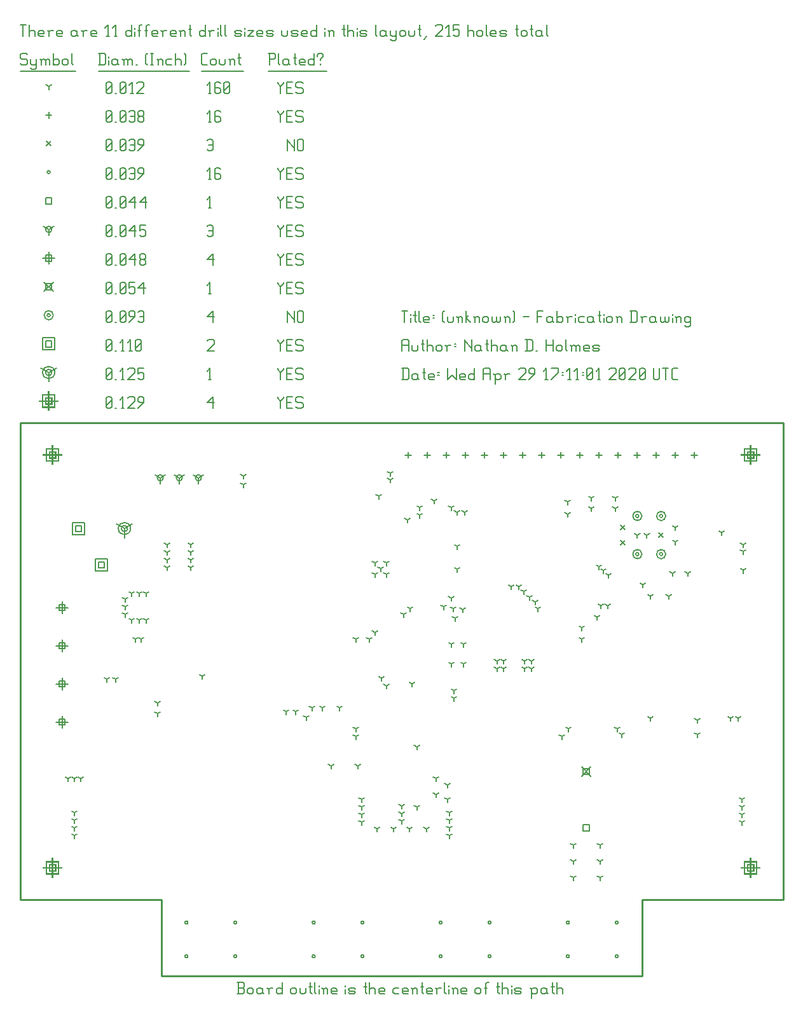
<source format=gbr>
G04 start of page 13 for group -3984 idx -3984 *
G04 Title: (unknown), fab *
G04 Creator: pcb 4.0.2 *
G04 CreationDate: Wed Apr 29 17:11:01 2020 UTC *
G04 For: ndholmes *
G04 Format: Gerber/RS-274X *
G04 PCB-Dimensions (mil): 4000.00 2900.00 *
G04 PCB-Coordinate-Origin: lower left *
%MOIN*%
%FSLAX25Y25*%
%LNFAB*%
%ADD101C,0.0100*%
%ADD100C,0.0060*%
%ADD99R,0.0080X0.0080*%
G54D99*X383000Y277800D02*Y268200D01*
X378200Y273000D02*X387800D01*
X381400Y274600D02*X384600D01*
X381400D02*Y271400D01*
X384600D01*
Y274600D02*Y271400D01*
X379800Y276200D02*X386200D01*
X379800D02*Y269800D01*
X386200D01*
Y276200D02*Y269800D01*
X17000Y61300D02*Y51700D01*
X12200Y56500D02*X21800D01*
X15400Y58100D02*X18600D01*
X15400D02*Y54900D01*
X18600D01*
Y58100D02*Y54900D01*
X13800Y59700D02*X20200D01*
X13800D02*Y53300D01*
X20200D01*
Y59700D02*Y53300D01*
X383000Y61300D02*Y51700D01*
X378200Y56500D02*X387800D01*
X381400Y58100D02*X384600D01*
X381400D02*Y54900D01*
X384600D01*
Y58100D02*Y54900D01*
X379800Y59700D02*X386200D01*
X379800D02*Y53300D01*
X386200D01*
Y59700D02*Y53300D01*
X17000Y277800D02*Y268200D01*
X12200Y273000D02*X21800D01*
X15400Y274600D02*X18600D01*
X15400D02*Y271400D01*
X18600D01*
Y274600D02*Y271400D01*
X13800Y276200D02*X20200D01*
X13800D02*Y269800D01*
X20200D01*
Y276200D02*Y269800D01*
X15000Y306050D02*Y296450D01*
X10200Y301250D02*X19800D01*
X13400Y302850D02*X16600D01*
X13400D02*Y299650D01*
X16600D01*
Y302850D02*Y299650D01*
X11800Y304450D02*X18200D01*
X11800D02*Y298050D01*
X18200D01*
Y304450D02*Y298050D01*
G54D100*X135000Y303500D02*Y302750D01*
X136500Y301250D01*
X138000Y302750D01*
Y303500D02*Y302750D01*
X136500Y301250D02*Y297500D01*
X139800Y300500D02*X142050D01*
X139800Y297500D02*X142800D01*
X139800Y303500D02*Y297500D01*
Y303500D02*X142800D01*
X147600D02*X148350Y302750D01*
X145350Y303500D02*X147600D01*
X144600Y302750D02*X145350Y303500D01*
X144600Y302750D02*Y301250D01*
X145350Y300500D01*
X147600D01*
X148350Y299750D01*
Y298250D01*
X147600Y297500D02*X148350Y298250D01*
X145350Y297500D02*X147600D01*
X144600Y298250D02*X145350Y297500D01*
X98000Y300500D02*X101000Y303500D01*
X98000Y300500D02*X101750D01*
X101000Y303500D02*Y297500D01*
X45000Y298250D02*X45750Y297500D01*
X45000Y302750D02*Y298250D01*
Y302750D02*X45750Y303500D01*
X47250D01*
X48000Y302750D01*
Y298250D01*
X47250Y297500D02*X48000Y298250D01*
X45750Y297500D02*X47250D01*
X45000Y299000D02*X48000Y302000D01*
X49800Y297500D02*X50550D01*
X53100D02*X54600D01*
X53850Y303500D02*Y297500D01*
X52350Y302000D02*X53850Y303500D01*
X56400Y302750D02*X57150Y303500D01*
X59400D01*
X60150Y302750D01*
Y301250D01*
X56400Y297500D02*X60150Y301250D01*
X56400Y297500D02*X60150D01*
X61950D02*X64950Y300500D01*
Y302750D02*Y300500D01*
X64200Y303500D02*X64950Y302750D01*
X62700Y303500D02*X64200D01*
X61950Y302750D02*X62700Y303500D01*
X61950Y302750D02*Y301250D01*
X62700Y300500D01*
X64950D01*
X54700Y234400D02*Y229600D01*
Y234400D02*X58860Y236800D01*
X54700Y234400D02*X50540Y236800D01*
X53100Y234400D02*G75*G03X56300Y234400I1600J0D01*G01*
G75*G03X53100Y234400I-1600J0D01*G01*
X51500D02*G75*G03X57900Y234400I3200J0D01*G01*
G75*G03X51500Y234400I-3200J0D01*G01*
X15000Y316250D02*Y311450D01*
Y316250D02*X19160Y318650D01*
X15000Y316250D02*X10840Y318650D01*
X13400Y316250D02*G75*G03X16600Y316250I1600J0D01*G01*
G75*G03X13400Y316250I-1600J0D01*G01*
X11800D02*G75*G03X18200Y316250I3200J0D01*G01*
G75*G03X11800Y316250I-3200J0D01*G01*
X135000Y318500D02*Y317750D01*
X136500Y316250D01*
X138000Y317750D01*
Y318500D02*Y317750D01*
X136500Y316250D02*Y312500D01*
X139800Y315500D02*X142050D01*
X139800Y312500D02*X142800D01*
X139800Y318500D02*Y312500D01*
Y318500D02*X142800D01*
X147600D02*X148350Y317750D01*
X145350Y318500D02*X147600D01*
X144600Y317750D02*X145350Y318500D01*
X144600Y317750D02*Y316250D01*
X145350Y315500D01*
X147600D01*
X148350Y314750D01*
Y313250D01*
X147600Y312500D02*X148350Y313250D01*
X145350Y312500D02*X147600D01*
X144600Y313250D02*X145350Y312500D01*
X98750D02*X100250D01*
X99500Y318500D02*Y312500D01*
X98000Y317000D02*X99500Y318500D01*
X45000Y313250D02*X45750Y312500D01*
X45000Y317750D02*Y313250D01*
Y317750D02*X45750Y318500D01*
X47250D01*
X48000Y317750D01*
Y313250D01*
X47250Y312500D02*X48000Y313250D01*
X45750Y312500D02*X47250D01*
X45000Y314000D02*X48000Y317000D01*
X49800Y312500D02*X50550D01*
X53100D02*X54600D01*
X53850Y318500D02*Y312500D01*
X52350Y317000D02*X53850Y318500D01*
X56400Y317750D02*X57150Y318500D01*
X59400D01*
X60150Y317750D01*
Y316250D01*
X56400Y312500D02*X60150Y316250D01*
X56400Y312500D02*X60150D01*
X61950Y318500D02*X64950D01*
X61950D02*Y315500D01*
X62700Y316250D01*
X64200D01*
X64950Y315500D01*
Y313250D01*
X64200Y312500D02*X64950Y313250D01*
X62700Y312500D02*X64200D01*
X61950Y313250D02*X62700Y312500D01*
X29100Y236000D02*X32300D01*
X29100D02*Y232800D01*
X32300D01*
Y236000D02*Y232800D01*
X27500Y237600D02*X33900D01*
X27500D02*Y231200D01*
X33900D01*
Y237600D02*Y231200D01*
X41100Y217000D02*X44300D01*
X41100D02*Y213800D01*
X44300D01*
Y217000D02*Y213800D01*
X39500Y218600D02*X45900D01*
X39500D02*Y212200D01*
X45900D01*
Y218600D02*Y212200D01*
X13400Y332850D02*X16600D01*
X13400D02*Y329650D01*
X16600D01*
Y332850D02*Y329650D01*
X11800Y334450D02*X18200D01*
X11800D02*Y328050D01*
X18200D01*
Y334450D02*Y328050D01*
X135000Y333500D02*Y332750D01*
X136500Y331250D01*
X138000Y332750D01*
Y333500D02*Y332750D01*
X136500Y331250D02*Y327500D01*
X139800Y330500D02*X142050D01*
X139800Y327500D02*X142800D01*
X139800Y333500D02*Y327500D01*
Y333500D02*X142800D01*
X147600D02*X148350Y332750D01*
X145350Y333500D02*X147600D01*
X144600Y332750D02*X145350Y333500D01*
X144600Y332750D02*Y331250D01*
X145350Y330500D01*
X147600D01*
X148350Y329750D01*
Y328250D01*
X147600Y327500D02*X148350Y328250D01*
X145350Y327500D02*X147600D01*
X144600Y328250D02*X145350Y327500D01*
X98000Y332750D02*X98750Y333500D01*
X101000D01*
X101750Y332750D01*
Y331250D01*
X98000Y327500D02*X101750Y331250D01*
X98000Y327500D02*X101750D01*
X45000Y328250D02*X45750Y327500D01*
X45000Y332750D02*Y328250D01*
Y332750D02*X45750Y333500D01*
X47250D01*
X48000Y332750D01*
Y328250D01*
X47250Y327500D02*X48000Y328250D01*
X45750Y327500D02*X47250D01*
X45000Y329000D02*X48000Y332000D01*
X49800Y327500D02*X50550D01*
X53100D02*X54600D01*
X53850Y333500D02*Y327500D01*
X52350Y332000D02*X53850Y333500D01*
X57150Y327500D02*X58650D01*
X57900Y333500D02*Y327500D01*
X56400Y332000D02*X57900Y333500D01*
X60450Y328250D02*X61200Y327500D01*
X60450Y332750D02*Y328250D01*
Y332750D02*X61200Y333500D01*
X62700D01*
X63450Y332750D01*
Y328250D01*
X62700Y327500D02*X63450Y328250D01*
X61200Y327500D02*X62700D01*
X60450Y329000D02*X63450Y332000D01*
X335300Y221000D02*G75*G03X336900Y221000I800J0D01*G01*
G75*G03X335300Y221000I-800J0D01*G01*
X333700D02*G75*G03X338500Y221000I2400J0D01*G01*
G75*G03X333700Y221000I-2400J0D01*G01*
X322800D02*G75*G03X324400Y221000I800J0D01*G01*
G75*G03X322800Y221000I-800J0D01*G01*
X321200D02*G75*G03X326000Y221000I2400J0D01*G01*
G75*G03X321200Y221000I-2400J0D01*G01*
X322800Y241000D02*G75*G03X324400Y241000I800J0D01*G01*
G75*G03X322800Y241000I-800J0D01*G01*
X321200D02*G75*G03X326000Y241000I2400J0D01*G01*
G75*G03X321200Y241000I-2400J0D01*G01*
X335300D02*G75*G03X336900Y241000I800J0D01*G01*
G75*G03X335300Y241000I-800J0D01*G01*
X333700D02*G75*G03X338500Y241000I2400J0D01*G01*
G75*G03X333700Y241000I-2400J0D01*G01*
X14200Y346250D02*G75*G03X15800Y346250I800J0D01*G01*
G75*G03X14200Y346250I-800J0D01*G01*
X12600D02*G75*G03X17400Y346250I2400J0D01*G01*
G75*G03X12600Y346250I-2400J0D01*G01*
X140000Y348500D02*Y342500D01*
Y348500D02*Y347750D01*
X143750Y344000D01*
Y348500D02*Y342500D01*
X145550Y347750D02*Y343250D01*
Y347750D02*X146300Y348500D01*
X147800D01*
X148550Y347750D01*
Y343250D01*
X147800Y342500D02*X148550Y343250D01*
X146300Y342500D02*X147800D01*
X145550Y343250D02*X146300Y342500D01*
X98000Y345500D02*X101000Y348500D01*
X98000Y345500D02*X101750D01*
X101000Y348500D02*Y342500D01*
X45000Y343250D02*X45750Y342500D01*
X45000Y347750D02*Y343250D01*
Y347750D02*X45750Y348500D01*
X47250D01*
X48000Y347750D01*
Y343250D01*
X47250Y342500D02*X48000Y343250D01*
X45750Y342500D02*X47250D01*
X45000Y344000D02*X48000Y347000D01*
X49800Y342500D02*X50550D01*
X52350Y343250D02*X53100Y342500D01*
X52350Y347750D02*Y343250D01*
Y347750D02*X53100Y348500D01*
X54600D01*
X55350Y347750D01*
Y343250D01*
X54600Y342500D02*X55350Y343250D01*
X53100Y342500D02*X54600D01*
X52350Y344000D02*X55350Y347000D01*
X57150Y342500D02*X60150Y345500D01*
Y347750D02*Y345500D01*
X59400Y348500D02*X60150Y347750D01*
X57900Y348500D02*X59400D01*
X57150Y347750D02*X57900Y348500D01*
X57150Y347750D02*Y346250D01*
X57900Y345500D01*
X60150D01*
X61950Y347750D02*X62700Y348500D01*
X64200D01*
X64950Y347750D01*
Y343250D01*
X64200Y342500D02*X64950Y343250D01*
X62700Y342500D02*X64200D01*
X61950Y343250D02*X62700Y342500D01*
Y345500D02*X64950D01*
X294400Y109364D02*X299200Y104564D01*
X294400D02*X299200Y109364D01*
X295200Y108564D02*X298400D01*
X295200D02*Y105364D01*
X298400D01*
Y108564D02*Y105364D01*
X12600Y363650D02*X17400Y358850D01*
X12600D02*X17400Y363650D01*
X13400Y362850D02*X16600D01*
X13400D02*Y359650D01*
X16600D01*
Y362850D02*Y359650D01*
X135000Y363500D02*Y362750D01*
X136500Y361250D01*
X138000Y362750D01*
Y363500D02*Y362750D01*
X136500Y361250D02*Y357500D01*
X139800Y360500D02*X142050D01*
X139800Y357500D02*X142800D01*
X139800Y363500D02*Y357500D01*
Y363500D02*X142800D01*
X147600D02*X148350Y362750D01*
X145350Y363500D02*X147600D01*
X144600Y362750D02*X145350Y363500D01*
X144600Y362750D02*Y361250D01*
X145350Y360500D01*
X147600D01*
X148350Y359750D01*
Y358250D01*
X147600Y357500D02*X148350Y358250D01*
X145350Y357500D02*X147600D01*
X144600Y358250D02*X145350Y357500D01*
X98750D02*X100250D01*
X99500Y363500D02*Y357500D01*
X98000Y362000D02*X99500Y363500D01*
X45000Y358250D02*X45750Y357500D01*
X45000Y362750D02*Y358250D01*
Y362750D02*X45750Y363500D01*
X47250D01*
X48000Y362750D01*
Y358250D01*
X47250Y357500D02*X48000Y358250D01*
X45750Y357500D02*X47250D01*
X45000Y359000D02*X48000Y362000D01*
X49800Y357500D02*X50550D01*
X52350Y358250D02*X53100Y357500D01*
X52350Y362750D02*Y358250D01*
Y362750D02*X53100Y363500D01*
X54600D01*
X55350Y362750D01*
Y358250D01*
X54600Y357500D02*X55350Y358250D01*
X53100Y357500D02*X54600D01*
X52350Y359000D02*X55350Y362000D01*
X57150Y363500D02*X60150D01*
X57150D02*Y360500D01*
X57900Y361250D01*
X59400D01*
X60150Y360500D01*
Y358250D01*
X59400Y357500D02*X60150Y358250D01*
X57900Y357500D02*X59400D01*
X57150Y358250D02*X57900Y357500D01*
X61950Y360500D02*X64950Y363500D01*
X61950Y360500D02*X65700D01*
X64950Y363500D02*Y357500D01*
X22000Y156200D02*Y149800D01*
X18800Y153000D02*X25200D01*
X20400Y154600D02*X23600D01*
X20400D02*Y151400D01*
X23600D01*
Y154600D02*Y151400D01*
X22000Y136200D02*Y129800D01*
X18800Y133000D02*X25200D01*
X20400Y134600D02*X23600D01*
X20400D02*Y131400D01*
X23600D01*
Y134600D02*Y131400D01*
X22000Y196200D02*Y189800D01*
X18800Y193000D02*X25200D01*
X20400Y194600D02*X23600D01*
X20400D02*Y191400D01*
X23600D01*
Y194600D02*Y191400D01*
X22000Y176200D02*Y169800D01*
X18800Y173000D02*X25200D01*
X20400Y174600D02*X23600D01*
X20400D02*Y171400D01*
X23600D01*
Y174600D02*Y171400D01*
X15000Y379450D02*Y373050D01*
X11800Y376250D02*X18200D01*
X13400Y377850D02*X16600D01*
X13400D02*Y374650D01*
X16600D01*
Y377850D02*Y374650D01*
X135000Y378500D02*Y377750D01*
X136500Y376250D01*
X138000Y377750D01*
Y378500D02*Y377750D01*
X136500Y376250D02*Y372500D01*
X139800Y375500D02*X142050D01*
X139800Y372500D02*X142800D01*
X139800Y378500D02*Y372500D01*
Y378500D02*X142800D01*
X147600D02*X148350Y377750D01*
X145350Y378500D02*X147600D01*
X144600Y377750D02*X145350Y378500D01*
X144600Y377750D02*Y376250D01*
X145350Y375500D01*
X147600D01*
X148350Y374750D01*
Y373250D01*
X147600Y372500D02*X148350Y373250D01*
X145350Y372500D02*X147600D01*
X144600Y373250D02*X145350Y372500D01*
X98000Y375500D02*X101000Y378500D01*
X98000Y375500D02*X101750D01*
X101000Y378500D02*Y372500D01*
X45000Y373250D02*X45750Y372500D01*
X45000Y377750D02*Y373250D01*
Y377750D02*X45750Y378500D01*
X47250D01*
X48000Y377750D01*
Y373250D01*
X47250Y372500D02*X48000Y373250D01*
X45750Y372500D02*X47250D01*
X45000Y374000D02*X48000Y377000D01*
X49800Y372500D02*X50550D01*
X52350Y373250D02*X53100Y372500D01*
X52350Y377750D02*Y373250D01*
Y377750D02*X53100Y378500D01*
X54600D01*
X55350Y377750D01*
Y373250D01*
X54600Y372500D02*X55350Y373250D01*
X53100Y372500D02*X54600D01*
X52350Y374000D02*X55350Y377000D01*
X57150Y375500D02*X60150Y378500D01*
X57150Y375500D02*X60900D01*
X60150Y378500D02*Y372500D01*
X62700Y373250D02*X63450Y372500D01*
X62700Y374750D02*Y373250D01*
Y374750D02*X63450Y375500D01*
X64950D01*
X65700Y374750D01*
Y373250D01*
X64950Y372500D02*X65700Y373250D01*
X63450Y372500D02*X64950D01*
X62700Y376250D02*X63450Y375500D01*
X62700Y377750D02*Y376250D01*
Y377750D02*X63450Y378500D01*
X64950D01*
X65700Y377750D01*
Y376250D01*
X64950Y375500D02*X65700Y376250D01*
X93500Y261000D02*Y257800D01*
Y261000D02*X96273Y262600D01*
X93500Y261000D02*X90727Y262600D01*
X91900Y261000D02*G75*G03X95100Y261000I1600J0D01*G01*
G75*G03X91900Y261000I-1600J0D01*G01*
X83500D02*Y257800D01*
Y261000D02*X86273Y262600D01*
X83500Y261000D02*X80727Y262600D01*
X81900Y261000D02*G75*G03X85100Y261000I1600J0D01*G01*
G75*G03X81900Y261000I-1600J0D01*G01*
X73500D02*Y257800D01*
Y261000D02*X76273Y262600D01*
X73500Y261000D02*X70727Y262600D01*
X71900Y261000D02*G75*G03X75100Y261000I1600J0D01*G01*
G75*G03X71900Y261000I-1600J0D01*G01*
X15000Y391250D02*Y388050D01*
Y391250D02*X17773Y392850D01*
X15000Y391250D02*X12227Y392850D01*
X13400Y391250D02*G75*G03X16600Y391250I1600J0D01*G01*
G75*G03X13400Y391250I-1600J0D01*G01*
X135000Y393500D02*Y392750D01*
X136500Y391250D01*
X138000Y392750D01*
Y393500D02*Y392750D01*
X136500Y391250D02*Y387500D01*
X139800Y390500D02*X142050D01*
X139800Y387500D02*X142800D01*
X139800Y393500D02*Y387500D01*
Y393500D02*X142800D01*
X147600D02*X148350Y392750D01*
X145350Y393500D02*X147600D01*
X144600Y392750D02*X145350Y393500D01*
X144600Y392750D02*Y391250D01*
X145350Y390500D01*
X147600D01*
X148350Y389750D01*
Y388250D01*
X147600Y387500D02*X148350Y388250D01*
X145350Y387500D02*X147600D01*
X144600Y388250D02*X145350Y387500D01*
X98000Y392750D02*X98750Y393500D01*
X100250D01*
X101000Y392750D01*
Y388250D01*
X100250Y387500D02*X101000Y388250D01*
X98750Y387500D02*X100250D01*
X98000Y388250D02*X98750Y387500D01*
Y390500D02*X101000D01*
X45000Y388250D02*X45750Y387500D01*
X45000Y392750D02*Y388250D01*
Y392750D02*X45750Y393500D01*
X47250D01*
X48000Y392750D01*
Y388250D01*
X47250Y387500D02*X48000Y388250D01*
X45750Y387500D02*X47250D01*
X45000Y389000D02*X48000Y392000D01*
X49800Y387500D02*X50550D01*
X52350Y388250D02*X53100Y387500D01*
X52350Y392750D02*Y388250D01*
Y392750D02*X53100Y393500D01*
X54600D01*
X55350Y392750D01*
Y388250D01*
X54600Y387500D02*X55350Y388250D01*
X53100Y387500D02*X54600D01*
X52350Y389000D02*X55350Y392000D01*
X57150Y390500D02*X60150Y393500D01*
X57150Y390500D02*X60900D01*
X60150Y393500D02*Y387500D01*
X62700Y393500D02*X65700D01*
X62700D02*Y390500D01*
X63450Y391250D01*
X64950D01*
X65700Y390500D01*
Y388250D01*
X64950Y387500D02*X65700Y388250D01*
X63450Y387500D02*X64950D01*
X62700Y388250D02*X63450Y387500D01*
X295200Y79036D02*X298400D01*
X295200D02*Y75836D01*
X298400D01*
Y79036D02*Y75836D01*
X13400Y407850D02*X16600D01*
X13400D02*Y404650D01*
X16600D01*
Y407850D02*Y404650D01*
X135000Y408500D02*Y407750D01*
X136500Y406250D01*
X138000Y407750D01*
Y408500D02*Y407750D01*
X136500Y406250D02*Y402500D01*
X139800Y405500D02*X142050D01*
X139800Y402500D02*X142800D01*
X139800Y408500D02*Y402500D01*
Y408500D02*X142800D01*
X147600D02*X148350Y407750D01*
X145350Y408500D02*X147600D01*
X144600Y407750D02*X145350Y408500D01*
X144600Y407750D02*Y406250D01*
X145350Y405500D01*
X147600D01*
X148350Y404750D01*
Y403250D01*
X147600Y402500D02*X148350Y403250D01*
X145350Y402500D02*X147600D01*
X144600Y403250D02*X145350Y402500D01*
X98750D02*X100250D01*
X99500Y408500D02*Y402500D01*
X98000Y407000D02*X99500Y408500D01*
X45000Y403250D02*X45750Y402500D01*
X45000Y407750D02*Y403250D01*
Y407750D02*X45750Y408500D01*
X47250D01*
X48000Y407750D01*
Y403250D01*
X47250Y402500D02*X48000Y403250D01*
X45750Y402500D02*X47250D01*
X45000Y404000D02*X48000Y407000D01*
X49800Y402500D02*X50550D01*
X52350Y403250D02*X53100Y402500D01*
X52350Y407750D02*Y403250D01*
Y407750D02*X53100Y408500D01*
X54600D01*
X55350Y407750D01*
Y403250D01*
X54600Y402500D02*X55350Y403250D01*
X53100Y402500D02*X54600D01*
X52350Y404000D02*X55350Y407000D01*
X57150Y405500D02*X60150Y408500D01*
X57150Y405500D02*X60900D01*
X60150Y408500D02*Y402500D01*
X62700Y405500D02*X65700Y408500D01*
X62700Y405500D02*X66450D01*
X65700Y408500D02*Y402500D01*
X111995Y10142D02*G75*G03X113595Y10142I800J0D01*G01*
G75*G03X111995Y10142I-800J0D01*G01*
X86405D02*G75*G03X88005Y10142I800J0D01*G01*
G75*G03X86405Y10142I-800J0D01*G01*
X111995Y27858D02*G75*G03X113595Y27858I800J0D01*G01*
G75*G03X111995Y27858I-800J0D01*G01*
X86405D02*G75*G03X88005Y27858I800J0D01*G01*
G75*G03X86405Y27858I-800J0D01*G01*
X178695Y10142D02*G75*G03X180295Y10142I800J0D01*G01*
G75*G03X178695Y10142I-800J0D01*G01*
X153105D02*G75*G03X154705Y10142I800J0D01*G01*
G75*G03X153105Y10142I-800J0D01*G01*
X178695Y27858D02*G75*G03X180295Y27858I800J0D01*G01*
G75*G03X178695Y27858I-800J0D01*G01*
X153105D02*G75*G03X154705Y27858I800J0D01*G01*
G75*G03X153105Y27858I-800J0D01*G01*
X245295Y10142D02*G75*G03X246895Y10142I800J0D01*G01*
G75*G03X245295Y10142I-800J0D01*G01*
X219705D02*G75*G03X221305Y10142I800J0D01*G01*
G75*G03X219705Y10142I-800J0D01*G01*
X245295Y27858D02*G75*G03X246895Y27858I800J0D01*G01*
G75*G03X245295Y27858I-800J0D01*G01*
X219705D02*G75*G03X221305Y27858I800J0D01*G01*
G75*G03X219705Y27858I-800J0D01*G01*
X311995Y10142D02*G75*G03X313595Y10142I800J0D01*G01*
G75*G03X311995Y10142I-800J0D01*G01*
X286405D02*G75*G03X288005Y10142I800J0D01*G01*
G75*G03X286405Y10142I-800J0D01*G01*
X311995Y27858D02*G75*G03X313595Y27858I800J0D01*G01*
G75*G03X311995Y27858I-800J0D01*G01*
X286405D02*G75*G03X288005Y27858I800J0D01*G01*
G75*G03X286405Y27858I-800J0D01*G01*
X334900Y232200D02*X337300Y229800D01*
X334900D02*X337300Y232200D01*
X314900Y228200D02*X317300Y225800D01*
X314900D02*X317300Y228200D01*
X314900Y236200D02*X317300Y233800D01*
X314900D02*X317300Y236200D01*
X14200Y421250D02*G75*G03X15800Y421250I800J0D01*G01*
G75*G03X14200Y421250I-800J0D01*G01*
X135000Y423500D02*Y422750D01*
X136500Y421250D01*
X138000Y422750D01*
Y423500D02*Y422750D01*
X136500Y421250D02*Y417500D01*
X139800Y420500D02*X142050D01*
X139800Y417500D02*X142800D01*
X139800Y423500D02*Y417500D01*
Y423500D02*X142800D01*
X147600D02*X148350Y422750D01*
X145350Y423500D02*X147600D01*
X144600Y422750D02*X145350Y423500D01*
X144600Y422750D02*Y421250D01*
X145350Y420500D01*
X147600D01*
X148350Y419750D01*
Y418250D01*
X147600Y417500D02*X148350Y418250D01*
X145350Y417500D02*X147600D01*
X144600Y418250D02*X145350Y417500D01*
X98750D02*X100250D01*
X99500Y423500D02*Y417500D01*
X98000Y422000D02*X99500Y423500D01*
X104300D02*X105050Y422750D01*
X102800Y423500D02*X104300D01*
X102050Y422750D02*X102800Y423500D01*
X102050Y422750D02*Y418250D01*
X102800Y417500D01*
X104300Y420500D02*X105050Y419750D01*
X102050Y420500D02*X104300D01*
X102800Y417500D02*X104300D01*
X105050Y418250D01*
Y419750D02*Y418250D01*
X13800Y437450D02*X16200Y435050D01*
X13800D02*X16200Y437450D01*
X140000Y438500D02*Y432500D01*
Y438500D02*Y437750D01*
X143750Y434000D01*
Y438500D02*Y432500D01*
X145550Y437750D02*Y433250D01*
Y437750D02*X146300Y438500D01*
X147800D01*
X148550Y437750D01*
Y433250D01*
X147800Y432500D02*X148550Y433250D01*
X146300Y432500D02*X147800D01*
X145550Y433250D02*X146300Y432500D01*
X98000Y437750D02*X98750Y438500D01*
X100250D01*
X101000Y437750D01*
Y433250D01*
X100250Y432500D02*X101000Y433250D01*
X98750Y432500D02*X100250D01*
X98000Y433250D02*X98750Y432500D01*
Y435500D02*X101000D01*
X45000Y433250D02*X45750Y432500D01*
X45000Y437750D02*Y433250D01*
Y437750D02*X45750Y438500D01*
X47250D01*
X48000Y437750D01*
Y433250D01*
X47250Y432500D02*X48000Y433250D01*
X45750Y432500D02*X47250D01*
X45000Y434000D02*X48000Y437000D01*
X49800Y432500D02*X50550D01*
X52350Y433250D02*X53100Y432500D01*
X52350Y437750D02*Y433250D01*
Y437750D02*X53100Y438500D01*
X54600D01*
X55350Y437750D01*
Y433250D01*
X54600Y432500D02*X55350Y433250D01*
X53100Y432500D02*X54600D01*
X52350Y434000D02*X55350Y437000D01*
X57150Y437750D02*X57900Y438500D01*
X59400D01*
X60150Y437750D01*
Y433250D01*
X59400Y432500D02*X60150Y433250D01*
X57900Y432500D02*X59400D01*
X57150Y433250D02*X57900Y432500D01*
Y435500D02*X60150D01*
X61950Y432500D02*X64950Y435500D01*
Y437750D02*Y435500D01*
X64200Y438500D02*X64950Y437750D01*
X62700Y438500D02*X64200D01*
X61950Y437750D02*X62700Y438500D01*
X61950Y437750D02*Y436250D01*
X62700Y435500D01*
X64950D01*
X45000Y418250D02*X45750Y417500D01*
X45000Y422750D02*Y418250D01*
Y422750D02*X45750Y423500D01*
X47250D01*
X48000Y422750D01*
Y418250D01*
X47250Y417500D02*X48000Y418250D01*
X45750Y417500D02*X47250D01*
X45000Y419000D02*X48000Y422000D01*
X49800Y417500D02*X50550D01*
X52350Y418250D02*X53100Y417500D01*
X52350Y422750D02*Y418250D01*
Y422750D02*X53100Y423500D01*
X54600D01*
X55350Y422750D01*
Y418250D01*
X54600Y417500D02*X55350Y418250D01*
X53100Y417500D02*X54600D01*
X52350Y419000D02*X55350Y422000D01*
X57150Y422750D02*X57900Y423500D01*
X59400D01*
X60150Y422750D01*
Y418250D01*
X59400Y417500D02*X60150Y418250D01*
X57900Y417500D02*X59400D01*
X57150Y418250D02*X57900Y417500D01*
Y420500D02*X60150D01*
X61950Y417500D02*X64950Y420500D01*
Y422750D02*Y420500D01*
X64200Y423500D02*X64950Y422750D01*
X62700Y423500D02*X64200D01*
X61950Y422750D02*X62700Y423500D01*
X61950Y422750D02*Y421250D01*
X62700Y420500D01*
X64950D01*
X353500Y274600D02*Y271400D01*
X351900Y273000D02*X355100D01*
X343500Y274600D02*Y271400D01*
X341900Y273000D02*X345100D01*
X333500Y274600D02*Y271400D01*
X331900Y273000D02*X335100D01*
X323500Y274600D02*Y271400D01*
X321900Y273000D02*X325100D01*
X313500Y274600D02*Y271400D01*
X311900Y273000D02*X315100D01*
X303500Y274600D02*Y271400D01*
X301900Y273000D02*X305100D01*
X293500Y274600D02*Y271400D01*
X291900Y273000D02*X295100D01*
X283500Y274600D02*Y271400D01*
X281900Y273000D02*X285100D01*
X273500Y274600D02*Y271400D01*
X271900Y273000D02*X275100D01*
X263500Y274600D02*Y271400D01*
X261900Y273000D02*X265100D01*
X253500Y274600D02*Y271400D01*
X251900Y273000D02*X255100D01*
X243500Y274600D02*Y271400D01*
X241900Y273000D02*X245100D01*
X233500Y274600D02*Y271400D01*
X231900Y273000D02*X235100D01*
X223500Y274600D02*Y271400D01*
X221900Y273000D02*X225100D01*
X213500Y274600D02*Y271400D01*
X211900Y273000D02*X215100D01*
X203500Y274600D02*Y271400D01*
X201900Y273000D02*X205100D01*
X15000Y452850D02*Y449650D01*
X13400Y451250D02*X16600D01*
X135000Y453500D02*Y452750D01*
X136500Y451250D01*
X138000Y452750D01*
Y453500D02*Y452750D01*
X136500Y451250D02*Y447500D01*
X139800Y450500D02*X142050D01*
X139800Y447500D02*X142800D01*
X139800Y453500D02*Y447500D01*
Y453500D02*X142800D01*
X147600D02*X148350Y452750D01*
X145350Y453500D02*X147600D01*
X144600Y452750D02*X145350Y453500D01*
X144600Y452750D02*Y451250D01*
X145350Y450500D01*
X147600D01*
X148350Y449750D01*
Y448250D01*
X147600Y447500D02*X148350Y448250D01*
X145350Y447500D02*X147600D01*
X144600Y448250D02*X145350Y447500D01*
X98750D02*X100250D01*
X99500Y453500D02*Y447500D01*
X98000Y452000D02*X99500Y453500D01*
X104300D02*X105050Y452750D01*
X102800Y453500D02*X104300D01*
X102050Y452750D02*X102800Y453500D01*
X102050Y452750D02*Y448250D01*
X102800Y447500D01*
X104300Y450500D02*X105050Y449750D01*
X102050Y450500D02*X104300D01*
X102800Y447500D02*X104300D01*
X105050Y448250D01*
Y449750D02*Y448250D01*
X45000D02*X45750Y447500D01*
X45000Y452750D02*Y448250D01*
Y452750D02*X45750Y453500D01*
X47250D01*
X48000Y452750D01*
Y448250D01*
X47250Y447500D02*X48000Y448250D01*
X45750Y447500D02*X47250D01*
X45000Y449000D02*X48000Y452000D01*
X49800Y447500D02*X50550D01*
X52350Y448250D02*X53100Y447500D01*
X52350Y452750D02*Y448250D01*
Y452750D02*X53100Y453500D01*
X54600D01*
X55350Y452750D01*
Y448250D01*
X54600Y447500D02*X55350Y448250D01*
X53100Y447500D02*X54600D01*
X52350Y449000D02*X55350Y452000D01*
X57150Y452750D02*X57900Y453500D01*
X59400D01*
X60150Y452750D01*
Y448250D01*
X59400Y447500D02*X60150Y448250D01*
X57900Y447500D02*X59400D01*
X57150Y448250D02*X57900Y447500D01*
Y450500D02*X60150D01*
X61950Y448250D02*X62700Y447500D01*
X61950Y449750D02*Y448250D01*
Y449750D02*X62700Y450500D01*
X64200D01*
X64950Y449750D01*
Y448250D01*
X64200Y447500D02*X64950Y448250D01*
X62700Y447500D02*X64200D01*
X61950Y451250D02*X62700Y450500D01*
X61950Y452750D02*Y451250D01*
Y452750D02*X62700Y453500D01*
X64200D01*
X64950Y452750D01*
Y451250D01*
X64200Y450500D02*X64950Y451250D01*
X45500Y155500D02*Y153900D01*
Y155500D02*X46887Y156300D01*
X45500Y155500D02*X44113Y156300D01*
X50000Y155500D02*Y153900D01*
Y155500D02*X51387Y156300D01*
X50000Y155500D02*X48613Y156300D01*
X72000Y143000D02*Y141400D01*
Y143000D02*X73387Y143800D01*
X72000Y143000D02*X70613Y143800D01*
X72000Y137500D02*Y135900D01*
Y137500D02*X73387Y138300D01*
X72000Y137500D02*X70613Y138300D01*
X89500Y226000D02*Y224400D01*
Y226000D02*X90887Y226800D01*
X89500Y226000D02*X88113Y226800D01*
X89500Y222000D02*Y220400D01*
Y222000D02*X90887Y222800D01*
X89500Y222000D02*X88113Y222800D01*
X89500Y218000D02*Y216400D01*
Y218000D02*X90887Y218800D01*
X89500Y218000D02*X88113Y218800D01*
X89500Y214000D02*Y212400D01*
Y214000D02*X90887Y214800D01*
X89500Y214000D02*X88113Y214800D01*
X77000Y226000D02*Y224400D01*
Y226000D02*X78387Y226800D01*
X77000Y226000D02*X75613Y226800D01*
X77000Y222000D02*Y220400D01*
Y222000D02*X78387Y222800D01*
X77000Y222000D02*X75613Y222800D01*
X77000Y218000D02*Y216400D01*
Y218000D02*X78387Y218800D01*
X77000Y218000D02*X75613Y218800D01*
X77000Y214000D02*Y212400D01*
Y214000D02*X78387Y214800D01*
X77000Y214000D02*X75613Y214800D01*
X58500Y186500D02*Y184900D01*
Y186500D02*X59887Y187300D01*
X58500Y186500D02*X57113Y187300D01*
X55000Y197500D02*Y195900D01*
Y197500D02*X56387Y198300D01*
X55000Y197500D02*X53613Y198300D01*
X55000Y193500D02*Y191900D01*
Y193500D02*X56387Y194300D01*
X55000Y193500D02*X53613Y194300D01*
X55000Y189500D02*Y187900D01*
Y189500D02*X56387Y190300D01*
X55000Y189500D02*X53613Y190300D01*
X62500Y186500D02*Y184900D01*
Y186500D02*X63887Y187300D01*
X62500Y186500D02*X61113Y187300D01*
X66000Y186500D02*Y184900D01*
Y186500D02*X67387Y187300D01*
X66000Y186500D02*X64613Y187300D01*
X58500Y200500D02*Y198900D01*
Y200500D02*X59887Y201300D01*
X58500Y200500D02*X57113Y201300D01*
X62500Y200500D02*Y198900D01*
Y200500D02*X63887Y201300D01*
X62500Y200500D02*X61113Y201300D01*
X66000Y200500D02*Y198900D01*
Y200500D02*X67387Y201300D01*
X66000Y200500D02*X64613Y201300D01*
X63500Y176500D02*Y174900D01*
Y176500D02*X64887Y177300D01*
X63500Y176500D02*X62113Y177300D01*
X60500Y176500D02*Y174900D01*
Y176500D02*X61887Y177300D01*
X60500Y176500D02*X59113Y177300D01*
X25100Y103300D02*Y101700D01*
Y103300D02*X26487Y104100D01*
X25100Y103300D02*X23713Y104100D01*
X28400Y103300D02*Y101700D01*
Y103300D02*X29787Y104100D01*
X28400Y103300D02*X27013Y104100D01*
X31800Y103300D02*Y101700D01*
Y103300D02*X33187Y104100D01*
X31800Y103300D02*X30413Y104100D01*
X227500Y149500D02*Y147900D01*
Y149500D02*X228887Y150300D01*
X227500Y149500D02*X226113Y150300D01*
X227500Y145500D02*Y143900D01*
Y145500D02*X228887Y146300D01*
X227500Y145500D02*X226113Y146300D01*
X226100Y163400D02*Y161800D01*
Y163400D02*X227487Y164200D01*
X226100Y163400D02*X224713Y164200D01*
X232400Y163500D02*Y161900D01*
Y163500D02*X233787Y164300D01*
X232400Y163500D02*X231013Y164300D01*
X232400Y173800D02*Y172200D01*
Y173800D02*X233787Y174600D01*
X232400Y173800D02*X231013Y174600D01*
X226100Y173800D02*Y172200D01*
Y173800D02*X227487Y174600D01*
X226100Y173800D02*X224713Y174600D01*
X303400Y214500D02*Y212900D01*
Y214500D02*X304787Y215300D01*
X303400Y214500D02*X302013Y215300D01*
X294500Y176500D02*Y174900D01*
Y176500D02*X295887Y177300D01*
X294500Y176500D02*X293113Y177300D01*
X294500Y182500D02*Y180900D01*
Y182500D02*X295887Y183300D01*
X294500Y182500D02*X293113Y183300D01*
X229200Y213200D02*Y211600D01*
Y213200D02*X230587Y214000D01*
X229200Y213200D02*X227813Y214000D01*
X229200Y225200D02*Y223600D01*
Y225200D02*X230587Y226000D01*
X229200Y225200D02*X227813Y226000D01*
X264500Y165000D02*Y163400D01*
Y165000D02*X265887Y165800D01*
X264500Y165000D02*X263113Y165800D01*
X253500Y165000D02*Y163400D01*
Y165000D02*X254887Y165800D01*
X253500Y165000D02*X252113Y165800D01*
X253500Y161000D02*Y159400D01*
Y161000D02*X254887Y161800D01*
X253500Y161000D02*X252113Y161800D01*
X264500Y161000D02*Y159400D01*
Y161000D02*X265887Y161800D01*
X264500Y161000D02*X263113Y161800D01*
X250000Y165000D02*Y163400D01*
Y165000D02*X251387Y165800D01*
X250000Y165000D02*X248613Y165800D01*
X250000Y161000D02*Y159400D01*
Y161000D02*X251387Y161800D01*
X250000Y161000D02*X248613Y161800D01*
X268000Y165000D02*Y163400D01*
Y165000D02*X269387Y165800D01*
X268000Y165000D02*X266613Y165800D01*
X268000Y161000D02*Y159400D01*
Y161000D02*X269387Y161800D01*
X268000Y161000D02*X266613Y161800D01*
X257500Y204000D02*Y202400D01*
Y204000D02*X258887Y204800D01*
X257500Y204000D02*X256113Y204800D01*
X261500Y204000D02*Y202400D01*
Y204000D02*X262887Y204800D01*
X261500Y204000D02*X260113Y204800D01*
X305900Y212400D02*Y210800D01*
Y212400D02*X307287Y213200D01*
X305900Y212400D02*X304513Y213200D01*
X264000Y201500D02*Y199900D01*
Y201500D02*X265387Y202300D01*
X264000Y201500D02*X262613Y202300D01*
X267000Y198500D02*Y196900D01*
Y198500D02*X268387Y199300D01*
X267000Y198500D02*X265613Y199300D01*
X270000Y196000D02*Y194400D01*
Y196000D02*X271387Y196800D01*
X270000Y196000D02*X268613Y196800D01*
X271500Y192500D02*Y190900D01*
Y192500D02*X272887Y193300D01*
X271500Y192500D02*X270113Y193300D01*
X330500Y199000D02*Y197400D01*
Y199000D02*X331887Y199800D01*
X330500Y199000D02*X329113Y199800D01*
X340000Y199000D02*Y197400D01*
Y199000D02*X341387Y199800D01*
X340000Y199000D02*X338613Y199800D01*
X330500Y135000D02*Y133400D01*
Y135000D02*X331887Y135800D01*
X330500Y135000D02*X329113Y135800D01*
X372500Y135000D02*Y133400D01*
Y135000D02*X373887Y135800D01*
X372500Y135000D02*X371113Y135800D01*
X376500Y135000D02*Y133400D01*
Y135000D02*X377887Y135800D01*
X376500Y135000D02*X375113Y135800D01*
X379100Y212600D02*Y211000D01*
Y212600D02*X380487Y213400D01*
X379100Y212600D02*X377713Y213400D01*
X323600Y231000D02*Y229400D01*
Y231000D02*X324987Y231800D01*
X323600Y231000D02*X322213Y231800D01*
X367700Y232300D02*Y230700D01*
Y232300D02*X369087Y233100D01*
X367700Y232300D02*X366313Y233100D01*
X379000Y222500D02*Y220900D01*
Y222500D02*X380387Y223300D01*
X379000Y222500D02*X377613Y223300D01*
X379000Y226000D02*Y224400D01*
Y226000D02*X380387Y226800D01*
X379000Y226000D02*X377613Y226800D01*
X308500Y210000D02*Y208400D01*
Y210000D02*X309887Y210800D01*
X308500Y210000D02*X307113Y210800D01*
X328600Y231000D02*Y229400D01*
Y231000D02*X329987Y231800D01*
X328600Y231000D02*X327213Y231800D01*
X304500Y194000D02*Y192400D01*
Y194000D02*X305887Y194800D01*
X304500Y194000D02*X303113Y194800D01*
X308000Y194000D02*Y192400D01*
Y194000D02*X309387Y194800D01*
X308000Y194000D02*X306613Y194800D01*
X290000Y51500D02*Y49900D01*
Y51500D02*X291387Y52300D01*
X290000Y51500D02*X288613Y52300D01*
X304000Y51500D02*Y49900D01*
Y51500D02*X305387Y52300D01*
X304000Y51500D02*X302613Y52300D01*
X326500Y205000D02*Y203400D01*
Y205000D02*X327887Y205800D01*
X326500Y205000D02*X325113Y205800D01*
X204500Y192500D02*Y190900D01*
Y192500D02*X205887Y193300D01*
X204500Y192500D02*X203113Y193300D01*
X201000Y189500D02*Y187900D01*
Y189500D02*X202387Y190300D01*
X201000Y189500D02*X199613Y190300D01*
X228000Y187500D02*Y185900D01*
Y187500D02*X229387Y188300D01*
X228000Y187500D02*X226613Y188300D01*
X226000Y198000D02*Y196400D01*
Y198000D02*X227387Y198800D01*
X226000Y198000D02*X224613Y198800D01*
X222000Y193500D02*Y191900D01*
Y193500D02*X223387Y194300D01*
X222000Y193500D02*X220613Y194300D01*
X232000Y192000D02*Y190400D01*
Y192000D02*X233387Y192800D01*
X232000Y192000D02*X230613Y192800D01*
X227000Y192500D02*Y190900D01*
Y192500D02*X228387Y193300D01*
X227000Y192500D02*X225613Y193300D01*
X205500Y153000D02*Y151400D01*
Y153000D02*X206887Y153800D01*
X205500Y153000D02*X204113Y153800D01*
X209500Y245500D02*Y243900D01*
Y245500D02*X210887Y246300D01*
X209500Y245500D02*X208113Y246300D01*
X226000Y245500D02*Y243900D01*
Y245500D02*X227387Y246300D01*
X226000Y245500D02*X224613Y246300D01*
X312000Y250500D02*Y248900D01*
Y250500D02*X313387Y251300D01*
X312000Y250500D02*X310613Y251300D01*
X233000Y243000D02*Y241400D01*
Y243000D02*X234387Y243800D01*
X233000Y243000D02*X231613Y243800D01*
X299500Y245000D02*Y243400D01*
Y245000D02*X300887Y245800D01*
X299500Y245000D02*X298113Y245800D01*
X312000Y245000D02*Y243400D01*
Y245000D02*X313387Y245800D01*
X312000Y245000D02*X310613Y245800D01*
X343500Y227500D02*Y225900D01*
Y227500D02*X344887Y228300D01*
X343500Y227500D02*X342113Y228300D01*
X343500Y235000D02*Y233400D01*
Y235000D02*X344887Y235800D01*
X343500Y235000D02*X342113Y235800D01*
X176000Y176500D02*Y174900D01*
Y176500D02*X177387Y177300D01*
X176000Y176500D02*X174613Y177300D01*
X189500Y156000D02*Y154400D01*
Y156000D02*X190887Y156800D01*
X189500Y156000D02*X188113Y156800D01*
X192000Y152000D02*Y150400D01*
Y152000D02*X193387Y152800D01*
X192000Y152000D02*X190613Y152800D01*
X217000Y249000D02*Y247400D01*
Y249000D02*X218387Y249800D01*
X217000Y249000D02*X215613Y249800D01*
X188000Y251500D02*Y249900D01*
Y251500D02*X189387Y252300D01*
X188000Y251500D02*X186613Y252300D01*
X117000Y257500D02*Y255900D01*
Y257500D02*X118387Y258300D01*
X117000Y257500D02*X115613Y258300D01*
X117000Y262000D02*Y260400D01*
Y262000D02*X118387Y262800D01*
X117000Y262000D02*X115613Y262800D01*
X95500Y157000D02*Y155400D01*
Y157000D02*X96887Y157800D01*
X95500Y157000D02*X94113Y157800D01*
X167500Y140500D02*Y138900D01*
Y140500D02*X168887Y141300D01*
X167500Y140500D02*X166113Y141300D01*
X158500Y140500D02*Y138900D01*
Y140500D02*X159887Y141300D01*
X158500Y140500D02*X157113Y141300D01*
X183000Y176500D02*Y174900D01*
Y176500D02*X184387Y177300D01*
X183000Y176500D02*X181613Y177300D01*
X186000Y180000D02*Y178400D01*
Y180000D02*X187387Y180800D01*
X186000Y180000D02*X184613Y180800D01*
X150000Y135500D02*Y133900D01*
Y135500D02*X151387Y136300D01*
X150000Y135500D02*X148613Y136300D01*
X218000Y103500D02*Y101900D01*
Y103500D02*X219387Y104300D01*
X218000Y103500D02*X216613Y104300D01*
X218000Y95000D02*Y93400D01*
Y95000D02*X219387Y95800D01*
X218000Y95000D02*X216613Y95800D01*
X224000Y92500D02*Y90900D01*
Y92500D02*X225387Y93300D01*
X224000Y92500D02*X222613Y93300D01*
X224000Y100000D02*Y98400D01*
Y100000D02*X225387Y100800D01*
X224000Y100000D02*X222613Y100800D01*
X208000Y120000D02*Y118400D01*
Y120000D02*X209387Y120800D01*
X208000Y120000D02*X206613Y120800D01*
X163000Y110000D02*Y108400D01*
Y110000D02*X164387Y110800D01*
X163000Y110000D02*X161613Y110800D01*
X177000Y110000D02*Y108400D01*
Y110000D02*X178387Y110800D01*
X177000Y110000D02*X175613Y110800D01*
X355000Y134000D02*Y132400D01*
Y134000D02*X356387Y134800D01*
X355000Y134000D02*X353613Y134800D01*
X355000Y126500D02*Y124900D01*
Y126500D02*X356387Y127300D01*
X355000Y126500D02*X353613Y127300D01*
X153000Y140500D02*Y138900D01*
Y140500D02*X154387Y141300D01*
X153000Y140500D02*X151613Y141300D01*
X139500Y138500D02*Y136900D01*
Y138500D02*X140887Y139300D01*
X139500Y138500D02*X138113Y139300D01*
X144500Y138500D02*Y136900D01*
Y138500D02*X145887Y139300D01*
X144500Y138500D02*X143113Y139300D01*
X176000Y129500D02*Y127900D01*
Y129500D02*X177387Y130300D01*
X176000Y129500D02*X174613Y130300D01*
X176000Y125500D02*Y123900D01*
Y125500D02*X177387Y126300D01*
X176000Y125500D02*X174613Y126300D01*
X315500Y126500D02*Y124900D01*
Y126500D02*X316887Y127300D01*
X315500Y126500D02*X314113Y127300D01*
X313000Y129500D02*Y127900D01*
Y129500D02*X314387Y130300D01*
X313000Y129500D02*X311613Y130300D01*
X287500Y129500D02*Y127900D01*
Y129500D02*X288887Y130300D01*
X287500Y129500D02*X286113Y130300D01*
X290000Y68500D02*Y66900D01*
Y68500D02*X291387Y69300D01*
X290000Y68500D02*X288613Y69300D01*
X304000Y68500D02*Y66900D01*
Y68500D02*X305387Y69300D01*
X304000Y68500D02*X302613Y69300D01*
X290000Y60000D02*Y58400D01*
Y60000D02*X291387Y60800D01*
X290000Y60000D02*X288613Y60800D01*
X304000Y60000D02*Y58400D01*
Y60000D02*X305387Y60800D01*
X304000Y60000D02*X302613Y60800D01*
X28500Y85500D02*Y83900D01*
Y85500D02*X29887Y86300D01*
X28500Y85500D02*X27113Y86300D01*
X28500Y81500D02*Y79900D01*
Y81500D02*X29887Y82300D01*
X28500Y81500D02*X27113Y82300D01*
X28500Y77500D02*Y75900D01*
Y77500D02*X29887Y78300D01*
X28500Y77500D02*X27113Y78300D01*
X28500Y73500D02*Y71900D01*
Y73500D02*X29887Y74300D01*
X28500Y73500D02*X27113Y74300D01*
X378500Y92500D02*Y90900D01*
Y92500D02*X379887Y93300D01*
X378500Y92500D02*X377113Y93300D01*
X378500Y88500D02*Y86900D01*
Y88500D02*X379887Y89300D01*
X378500Y88500D02*X377113Y89300D01*
X378500Y84500D02*Y82900D01*
Y84500D02*X379887Y85300D01*
X378500Y84500D02*X377113Y85300D01*
X378500Y80500D02*Y78900D01*
Y80500D02*X379887Y81300D01*
X378500Y80500D02*X377113Y81300D01*
X284000Y125500D02*Y123900D01*
Y125500D02*X285387Y126300D01*
X284000Y125500D02*X282613Y126300D01*
X302500Y188000D02*Y186400D01*
Y188000D02*X303887Y188800D01*
X302500Y188000D02*X301113Y188800D01*
X225000Y85500D02*Y83900D01*
Y85500D02*X226387Y86300D01*
X225000Y85500D02*X223613Y86300D01*
X225000Y81500D02*Y79900D01*
Y81500D02*X226387Y82300D01*
X225000Y81500D02*X223613Y82300D01*
X225000Y77500D02*Y75900D01*
Y77500D02*X226387Y78300D01*
X225000Y77500D02*X223613Y78300D01*
X225000Y73500D02*Y71900D01*
Y73500D02*X226387Y74300D01*
X225000Y73500D02*X223613Y74300D01*
X342000Y211000D02*Y209400D01*
Y211000D02*X343387Y211800D01*
X342000Y211000D02*X340613Y211800D01*
X350000Y211000D02*Y209400D01*
Y211000D02*X351387Y211800D01*
X350000Y211000D02*X348613Y211800D01*
X209400Y241500D02*Y239900D01*
Y241500D02*X210787Y242300D01*
X209400Y241500D02*X208013Y242300D01*
X203000Y239000D02*Y237400D01*
Y239000D02*X204387Y239800D01*
X203000Y239000D02*X201613Y239800D01*
X229000Y243000D02*Y241400D01*
Y243000D02*X230387Y243800D01*
X229000Y243000D02*X227613Y243800D01*
X192000Y216500D02*Y214900D01*
Y216500D02*X193387Y217300D01*
X192000Y216500D02*X190613Y217300D01*
X192000Y210500D02*Y208900D01*
Y210500D02*X193387Y211300D01*
X192000Y210500D02*X190613Y211300D01*
X189000Y213500D02*Y211900D01*
Y213500D02*X190387Y214300D01*
X189000Y213500D02*X187613Y214300D01*
X186000Y216500D02*Y214900D01*
Y216500D02*X187387Y217300D01*
X186000Y216500D02*X184613Y217300D01*
X186000Y210500D02*Y208900D01*
Y210500D02*X187387Y211300D01*
X186000Y210500D02*X184613Y211300D01*
X299500Y250500D02*Y248900D01*
Y250500D02*X300887Y251300D01*
X299500Y250500D02*X298113Y251300D01*
X287000Y248500D02*Y246900D01*
Y248500D02*X288387Y249300D01*
X287000Y248500D02*X285613Y249300D01*
X287000Y242000D02*Y240400D01*
Y242000D02*X288387Y242800D01*
X287000Y242000D02*X285613Y242800D01*
X200000Y85000D02*Y83400D01*
Y85000D02*X201387Y85800D01*
X200000Y85000D02*X198613Y85800D01*
X200000Y81200D02*Y79600D01*
Y81200D02*X201387Y82000D01*
X200000Y81200D02*X198613Y82000D01*
X200000Y89000D02*Y87400D01*
Y89000D02*X201387Y89800D01*
X200000Y89000D02*X198613Y89800D01*
X179000Y92500D02*Y90900D01*
Y92500D02*X180387Y93300D01*
X179000Y92500D02*X177613Y93300D01*
X179000Y88500D02*Y86900D01*
Y88500D02*X180387Y89300D01*
X179000Y88500D02*X177613Y89300D01*
X179000Y84500D02*Y82900D01*
Y84500D02*X180387Y85300D01*
X179000Y84500D02*X177613Y85300D01*
X179000Y80500D02*Y78900D01*
Y80500D02*X180387Y81300D01*
X179000Y80500D02*X177613Y81300D01*
X204100Y77000D02*Y75400D01*
Y77000D02*X205487Y77800D01*
X204100Y77000D02*X202713Y77800D01*
X208000Y88500D02*Y86900D01*
Y88500D02*X209387Y89300D01*
X208000Y88500D02*X206613Y89300D01*
X195900Y77000D02*Y75400D01*
Y77000D02*X197287Y77800D01*
X195900Y77000D02*X194513Y77800D01*
X187200Y77000D02*Y75400D01*
Y77000D02*X188587Y77800D01*
X187200Y77000D02*X185813Y77800D01*
X213000Y77000D02*Y75400D01*
Y77000D02*X214387Y77800D01*
X213000Y77000D02*X211613Y77800D01*
X194000Y263500D02*Y261900D01*
Y263500D02*X195387Y264300D01*
X194000Y263500D02*X192613Y264300D01*
X194000Y260000D02*Y258400D01*
Y260000D02*X195387Y260800D01*
X194000Y260000D02*X192613Y260800D01*
X15000Y466250D02*Y464650D01*
Y466250D02*X16387Y467050D01*
X15000Y466250D02*X13613Y467050D01*
X135000Y468500D02*Y467750D01*
X136500Y466250D01*
X138000Y467750D01*
Y468500D02*Y467750D01*
X136500Y466250D02*Y462500D01*
X139800Y465500D02*X142050D01*
X139800Y462500D02*X142800D01*
X139800Y468500D02*Y462500D01*
Y468500D02*X142800D01*
X147600D02*X148350Y467750D01*
X145350Y468500D02*X147600D01*
X144600Y467750D02*X145350Y468500D01*
X144600Y467750D02*Y466250D01*
X145350Y465500D01*
X147600D01*
X148350Y464750D01*
Y463250D01*
X147600Y462500D02*X148350Y463250D01*
X145350Y462500D02*X147600D01*
X144600Y463250D02*X145350Y462500D01*
X98750D02*X100250D01*
X99500Y468500D02*Y462500D01*
X98000Y467000D02*X99500Y468500D01*
X104300D02*X105050Y467750D01*
X102800Y468500D02*X104300D01*
X102050Y467750D02*X102800Y468500D01*
X102050Y467750D02*Y463250D01*
X102800Y462500D01*
X104300Y465500D02*X105050Y464750D01*
X102050Y465500D02*X104300D01*
X102800Y462500D02*X104300D01*
X105050Y463250D01*
Y464750D02*Y463250D01*
X106850D02*X107600Y462500D01*
X106850Y467750D02*Y463250D01*
Y467750D02*X107600Y468500D01*
X109100D01*
X109850Y467750D01*
Y463250D01*
X109100Y462500D02*X109850Y463250D01*
X107600Y462500D02*X109100D01*
X106850Y464000D02*X109850Y467000D01*
X45000Y463250D02*X45750Y462500D01*
X45000Y467750D02*Y463250D01*
Y467750D02*X45750Y468500D01*
X47250D01*
X48000Y467750D01*
Y463250D01*
X47250Y462500D02*X48000Y463250D01*
X45750Y462500D02*X47250D01*
X45000Y464000D02*X48000Y467000D01*
X49800Y462500D02*X50550D01*
X52350Y463250D02*X53100Y462500D01*
X52350Y467750D02*Y463250D01*
Y467750D02*X53100Y468500D01*
X54600D01*
X55350Y467750D01*
Y463250D01*
X54600Y462500D02*X55350Y463250D01*
X53100Y462500D02*X54600D01*
X52350Y464000D02*X55350Y467000D01*
X57900Y462500D02*X59400D01*
X58650Y468500D02*Y462500D01*
X57150Y467000D02*X58650Y468500D01*
X61200Y467750D02*X61950Y468500D01*
X64200D01*
X64950Y467750D01*
Y466250D01*
X61200Y462500D02*X64950Y466250D01*
X61200Y462500D02*X64950D01*
X3000Y483500D02*X3750Y482750D01*
X750Y483500D02*X3000D01*
X0Y482750D02*X750Y483500D01*
X0Y482750D02*Y481250D01*
X750Y480500D01*
X3000D01*
X3750Y479750D01*
Y478250D01*
X3000Y477500D02*X3750Y478250D01*
X750Y477500D02*X3000D01*
X0Y478250D02*X750Y477500D01*
X5550Y480500D02*Y478250D01*
X6300Y477500D01*
X8550Y480500D02*Y476000D01*
X7800Y475250D02*X8550Y476000D01*
X6300Y475250D02*X7800D01*
X5550Y476000D02*X6300Y475250D01*
Y477500D02*X7800D01*
X8550Y478250D01*
X11100Y479750D02*Y477500D01*
Y479750D02*X11850Y480500D01*
X12600D01*
X13350Y479750D01*
Y477500D01*
Y479750D02*X14100Y480500D01*
X14850D01*
X15600Y479750D01*
Y477500D01*
X10350Y480500D02*X11100Y479750D01*
X17400Y483500D02*Y477500D01*
Y478250D02*X18150Y477500D01*
X19650D01*
X20400Y478250D01*
Y479750D02*Y478250D01*
X19650Y480500D02*X20400Y479750D01*
X18150Y480500D02*X19650D01*
X17400Y479750D02*X18150Y480500D01*
X22200Y479750D02*Y478250D01*
Y479750D02*X22950Y480500D01*
X24450D01*
X25200Y479750D01*
Y478250D01*
X24450Y477500D02*X25200Y478250D01*
X22950Y477500D02*X24450D01*
X22200Y478250D02*X22950Y477500D01*
X27000Y483500D02*Y478250D01*
X27750Y477500D01*
X0Y474250D02*X29250D01*
X41750Y483500D02*Y477500D01*
X44000Y483500D02*X44750Y482750D01*
Y478250D01*
X44000Y477500D02*X44750Y478250D01*
X41000Y477500D02*X44000D01*
X41000Y483500D02*X44000D01*
X46550Y482000D02*Y481250D01*
Y479750D02*Y477500D01*
X50300Y480500D02*X51050Y479750D01*
X48800Y480500D02*X50300D01*
X48050Y479750D02*X48800Y480500D01*
X48050Y479750D02*Y478250D01*
X48800Y477500D01*
X51050Y480500D02*Y478250D01*
X51800Y477500D01*
X48800D02*X50300D01*
X51050Y478250D01*
X54350Y479750D02*Y477500D01*
Y479750D02*X55100Y480500D01*
X55850D01*
X56600Y479750D01*
Y477500D01*
Y479750D02*X57350Y480500D01*
X58100D01*
X58850Y479750D01*
Y477500D01*
X53600Y480500D02*X54350Y479750D01*
X60650Y477500D02*X61400D01*
X65900Y478250D02*X66650Y477500D01*
X65900Y482750D02*X66650Y483500D01*
X65900Y482750D02*Y478250D01*
X68450Y483500D02*X69950D01*
X69200D02*Y477500D01*
X68450D02*X69950D01*
X72500Y479750D02*Y477500D01*
Y479750D02*X73250Y480500D01*
X74000D01*
X74750Y479750D01*
Y477500D01*
X71750Y480500D02*X72500Y479750D01*
X77300Y480500D02*X79550D01*
X76550Y479750D02*X77300Y480500D01*
X76550Y479750D02*Y478250D01*
X77300Y477500D01*
X79550D01*
X81350Y483500D02*Y477500D01*
Y479750D02*X82100Y480500D01*
X83600D01*
X84350Y479750D01*
Y477500D01*
X86150Y483500D02*X86900Y482750D01*
Y478250D01*
X86150Y477500D02*X86900Y478250D01*
X41000Y474250D02*X88700D01*
X95750Y477500D02*X98000D01*
X95000Y478250D02*X95750Y477500D01*
X95000Y482750D02*Y478250D01*
Y482750D02*X95750Y483500D01*
X98000D01*
X99800Y479750D02*Y478250D01*
Y479750D02*X100550Y480500D01*
X102050D01*
X102800Y479750D01*
Y478250D01*
X102050Y477500D02*X102800Y478250D01*
X100550Y477500D02*X102050D01*
X99800Y478250D02*X100550Y477500D01*
X104600Y480500D02*Y478250D01*
X105350Y477500D01*
X106850D01*
X107600Y478250D01*
Y480500D02*Y478250D01*
X110150Y479750D02*Y477500D01*
Y479750D02*X110900Y480500D01*
X111650D01*
X112400Y479750D01*
Y477500D01*
X109400Y480500D02*X110150Y479750D01*
X114950Y483500D02*Y478250D01*
X115700Y477500D01*
X114200Y481250D02*X115700D01*
X95000Y474250D02*X117200D01*
X130750Y483500D02*Y477500D01*
X130000Y483500D02*X133000D01*
X133750Y482750D01*
Y481250D01*
X133000Y480500D02*X133750Y481250D01*
X130750Y480500D02*X133000D01*
X135550Y483500D02*Y478250D01*
X136300Y477500D01*
X140050Y480500D02*X140800Y479750D01*
X138550Y480500D02*X140050D01*
X137800Y479750D02*X138550Y480500D01*
X137800Y479750D02*Y478250D01*
X138550Y477500D01*
X140800Y480500D02*Y478250D01*
X141550Y477500D01*
X138550D02*X140050D01*
X140800Y478250D01*
X144100Y483500D02*Y478250D01*
X144850Y477500D01*
X143350Y481250D02*X144850D01*
X147100Y477500D02*X149350D01*
X146350Y478250D02*X147100Y477500D01*
X146350Y479750D02*Y478250D01*
Y479750D02*X147100Y480500D01*
X148600D01*
X149350Y479750D01*
X146350Y479000D02*X149350D01*
Y479750D02*Y479000D01*
X154150Y483500D02*Y477500D01*
X153400D02*X154150Y478250D01*
X151900Y477500D02*X153400D01*
X151150Y478250D02*X151900Y477500D01*
X151150Y479750D02*Y478250D01*
Y479750D02*X151900Y480500D01*
X153400D01*
X154150Y479750D01*
X157450Y480500D02*Y479750D01*
Y478250D02*Y477500D01*
X155950Y482750D02*Y482000D01*
Y482750D02*X156700Y483500D01*
X158200D01*
X158950Y482750D01*
Y482000D01*
X157450Y480500D02*X158950Y482000D01*
X130000Y474250D02*X160750D01*
X0Y498500D02*X3000D01*
X1500D02*Y492500D01*
X4800Y498500D02*Y492500D01*
Y494750D02*X5550Y495500D01*
X7050D01*
X7800Y494750D01*
Y492500D01*
X10350D02*X12600D01*
X9600Y493250D02*X10350Y492500D01*
X9600Y494750D02*Y493250D01*
Y494750D02*X10350Y495500D01*
X11850D01*
X12600Y494750D01*
X9600Y494000D02*X12600D01*
Y494750D02*Y494000D01*
X15150Y494750D02*Y492500D01*
Y494750D02*X15900Y495500D01*
X17400D01*
X14400D02*X15150Y494750D01*
X19950Y492500D02*X22200D01*
X19200Y493250D02*X19950Y492500D01*
X19200Y494750D02*Y493250D01*
Y494750D02*X19950Y495500D01*
X21450D01*
X22200Y494750D01*
X19200Y494000D02*X22200D01*
Y494750D02*Y494000D01*
X28950Y495500D02*X29700Y494750D01*
X27450Y495500D02*X28950D01*
X26700Y494750D02*X27450Y495500D01*
X26700Y494750D02*Y493250D01*
X27450Y492500D01*
X29700Y495500D02*Y493250D01*
X30450Y492500D01*
X27450D02*X28950D01*
X29700Y493250D01*
X33000Y494750D02*Y492500D01*
Y494750D02*X33750Y495500D01*
X35250D01*
X32250D02*X33000Y494750D01*
X37800Y492500D02*X40050D01*
X37050Y493250D02*X37800Y492500D01*
X37050Y494750D02*Y493250D01*
Y494750D02*X37800Y495500D01*
X39300D01*
X40050Y494750D01*
X37050Y494000D02*X40050D01*
Y494750D02*Y494000D01*
X45300Y492500D02*X46800D01*
X46050Y498500D02*Y492500D01*
X44550Y497000D02*X46050Y498500D01*
X49350Y492500D02*X50850D01*
X50100Y498500D02*Y492500D01*
X48600Y497000D02*X50100Y498500D01*
X58350D02*Y492500D01*
X57600D02*X58350Y493250D01*
X56100Y492500D02*X57600D01*
X55350Y493250D02*X56100Y492500D01*
X55350Y494750D02*Y493250D01*
Y494750D02*X56100Y495500D01*
X57600D01*
X58350Y494750D01*
X60150Y497000D02*Y496250D01*
Y494750D02*Y492500D01*
X62400Y497750D02*Y492500D01*
Y497750D02*X63150Y498500D01*
X63900D01*
X61650Y495500D02*X63150D01*
X66150Y497750D02*Y492500D01*
Y497750D02*X66900Y498500D01*
X67650D01*
X65400Y495500D02*X66900D01*
X69900Y492500D02*X72150D01*
X69150Y493250D02*X69900Y492500D01*
X69150Y494750D02*Y493250D01*
Y494750D02*X69900Y495500D01*
X71400D01*
X72150Y494750D01*
X69150Y494000D02*X72150D01*
Y494750D02*Y494000D01*
X74700Y494750D02*Y492500D01*
Y494750D02*X75450Y495500D01*
X76950D01*
X73950D02*X74700Y494750D01*
X79500Y492500D02*X81750D01*
X78750Y493250D02*X79500Y492500D01*
X78750Y494750D02*Y493250D01*
Y494750D02*X79500Y495500D01*
X81000D01*
X81750Y494750D01*
X78750Y494000D02*X81750D01*
Y494750D02*Y494000D01*
X84300Y494750D02*Y492500D01*
Y494750D02*X85050Y495500D01*
X85800D01*
X86550Y494750D01*
Y492500D01*
X83550Y495500D02*X84300Y494750D01*
X89100Y498500D02*Y493250D01*
X89850Y492500D01*
X88350Y496250D02*X89850D01*
X97050Y498500D02*Y492500D01*
X96300D02*X97050Y493250D01*
X94800Y492500D02*X96300D01*
X94050Y493250D02*X94800Y492500D01*
X94050Y494750D02*Y493250D01*
Y494750D02*X94800Y495500D01*
X96300D01*
X97050Y494750D01*
X99600D02*Y492500D01*
Y494750D02*X100350Y495500D01*
X101850D01*
X98850D02*X99600Y494750D01*
X103650Y497000D02*Y496250D01*
Y494750D02*Y492500D01*
X105150Y498500D02*Y493250D01*
X105900Y492500D01*
X107400Y498500D02*Y493250D01*
X108150Y492500D01*
X113100D02*X115350D01*
X116100Y493250D01*
X115350Y494000D02*X116100Y493250D01*
X113100Y494000D02*X115350D01*
X112350Y494750D02*X113100Y494000D01*
X112350Y494750D02*X113100Y495500D01*
X115350D01*
X116100Y494750D01*
X112350Y493250D02*X113100Y492500D01*
X117900Y497000D02*Y496250D01*
Y494750D02*Y492500D01*
X119400Y495500D02*X122400D01*
X119400Y492500D02*X122400Y495500D01*
X119400Y492500D02*X122400D01*
X124950D02*X127200D01*
X124200Y493250D02*X124950Y492500D01*
X124200Y494750D02*Y493250D01*
Y494750D02*X124950Y495500D01*
X126450D01*
X127200Y494750D01*
X124200Y494000D02*X127200D01*
Y494750D02*Y494000D01*
X129750Y492500D02*X132000D01*
X132750Y493250D01*
X132000Y494000D02*X132750Y493250D01*
X129750Y494000D02*X132000D01*
X129000Y494750D02*X129750Y494000D01*
X129000Y494750D02*X129750Y495500D01*
X132000D01*
X132750Y494750D01*
X129000Y493250D02*X129750Y492500D01*
X137250Y495500D02*Y493250D01*
X138000Y492500D01*
X139500D01*
X140250Y493250D01*
Y495500D02*Y493250D01*
X142800Y492500D02*X145050D01*
X145800Y493250D01*
X145050Y494000D02*X145800Y493250D01*
X142800Y494000D02*X145050D01*
X142050Y494750D02*X142800Y494000D01*
X142050Y494750D02*X142800Y495500D01*
X145050D01*
X145800Y494750D01*
X142050Y493250D02*X142800Y492500D01*
X148350D02*X150600D01*
X147600Y493250D02*X148350Y492500D01*
X147600Y494750D02*Y493250D01*
Y494750D02*X148350Y495500D01*
X149850D01*
X150600Y494750D01*
X147600Y494000D02*X150600D01*
Y494750D02*Y494000D01*
X155400Y498500D02*Y492500D01*
X154650D02*X155400Y493250D01*
X153150Y492500D02*X154650D01*
X152400Y493250D02*X153150Y492500D01*
X152400Y494750D02*Y493250D01*
Y494750D02*X153150Y495500D01*
X154650D01*
X155400Y494750D01*
X159900Y497000D02*Y496250D01*
Y494750D02*Y492500D01*
X162150Y494750D02*Y492500D01*
Y494750D02*X162900Y495500D01*
X163650D01*
X164400Y494750D01*
Y492500D01*
X161400Y495500D02*X162150Y494750D01*
X169650Y498500D02*Y493250D01*
X170400Y492500D01*
X168900Y496250D02*X170400D01*
X171900Y498500D02*Y492500D01*
Y494750D02*X172650Y495500D01*
X174150D01*
X174900Y494750D01*
Y492500D01*
X176700Y497000D02*Y496250D01*
Y494750D02*Y492500D01*
X178950D02*X181200D01*
X181950Y493250D01*
X181200Y494000D02*X181950Y493250D01*
X178950Y494000D02*X181200D01*
X178200Y494750D02*X178950Y494000D01*
X178200Y494750D02*X178950Y495500D01*
X181200D01*
X181950Y494750D01*
X178200Y493250D02*X178950Y492500D01*
X186450Y498500D02*Y493250D01*
X187200Y492500D01*
X190950Y495500D02*X191700Y494750D01*
X189450Y495500D02*X190950D01*
X188700Y494750D02*X189450Y495500D01*
X188700Y494750D02*Y493250D01*
X189450Y492500D01*
X191700Y495500D02*Y493250D01*
X192450Y492500D01*
X189450D02*X190950D01*
X191700Y493250D01*
X194250Y495500D02*Y493250D01*
X195000Y492500D01*
X197250Y495500D02*Y491000D01*
X196500Y490250D02*X197250Y491000D01*
X195000Y490250D02*X196500D01*
X194250Y491000D02*X195000Y490250D01*
Y492500D02*X196500D01*
X197250Y493250D01*
X199050Y494750D02*Y493250D01*
Y494750D02*X199800Y495500D01*
X201300D01*
X202050Y494750D01*
Y493250D01*
X201300Y492500D02*X202050Y493250D01*
X199800Y492500D02*X201300D01*
X199050Y493250D02*X199800Y492500D01*
X203850Y495500D02*Y493250D01*
X204600Y492500D01*
X206100D01*
X206850Y493250D01*
Y495500D02*Y493250D01*
X209400Y498500D02*Y493250D01*
X210150Y492500D01*
X208650Y496250D02*X210150D01*
X211650Y491000D02*X213150Y492500D01*
X217650Y497750D02*X218400Y498500D01*
X220650D01*
X221400Y497750D01*
Y496250D01*
X217650Y492500D02*X221400Y496250D01*
X217650Y492500D02*X221400D01*
X223950D02*X225450D01*
X224700Y498500D02*Y492500D01*
X223200Y497000D02*X224700Y498500D01*
X227250D02*X230250D01*
X227250D02*Y495500D01*
X228000Y496250D01*
X229500D01*
X230250Y495500D01*
Y493250D01*
X229500Y492500D02*X230250Y493250D01*
X228000Y492500D02*X229500D01*
X227250Y493250D02*X228000Y492500D01*
X234750Y498500D02*Y492500D01*
Y494750D02*X235500Y495500D01*
X237000D01*
X237750Y494750D01*
Y492500D01*
X239550Y494750D02*Y493250D01*
Y494750D02*X240300Y495500D01*
X241800D01*
X242550Y494750D01*
Y493250D01*
X241800Y492500D02*X242550Y493250D01*
X240300Y492500D02*X241800D01*
X239550Y493250D02*X240300Y492500D01*
X244350Y498500D02*Y493250D01*
X245100Y492500D01*
X247350D02*X249600D01*
X246600Y493250D02*X247350Y492500D01*
X246600Y494750D02*Y493250D01*
Y494750D02*X247350Y495500D01*
X248850D01*
X249600Y494750D01*
X246600Y494000D02*X249600D01*
Y494750D02*Y494000D01*
X252150Y492500D02*X254400D01*
X255150Y493250D01*
X254400Y494000D02*X255150Y493250D01*
X252150Y494000D02*X254400D01*
X251400Y494750D02*X252150Y494000D01*
X251400Y494750D02*X252150Y495500D01*
X254400D01*
X255150Y494750D01*
X251400Y493250D02*X252150Y492500D01*
X260400Y498500D02*Y493250D01*
X261150Y492500D01*
X259650Y496250D02*X261150D01*
X262650Y494750D02*Y493250D01*
Y494750D02*X263400Y495500D01*
X264900D01*
X265650Y494750D01*
Y493250D01*
X264900Y492500D02*X265650Y493250D01*
X263400Y492500D02*X264900D01*
X262650Y493250D02*X263400Y492500D01*
X268200Y498500D02*Y493250D01*
X268950Y492500D01*
X267450Y496250D02*X268950D01*
X272700Y495500D02*X273450Y494750D01*
X271200Y495500D02*X272700D01*
X270450Y494750D02*X271200Y495500D01*
X270450Y494750D02*Y493250D01*
X271200Y492500D01*
X273450Y495500D02*Y493250D01*
X274200Y492500D01*
X271200D02*X272700D01*
X273450Y493250D01*
X276000Y498500D02*Y493250D01*
X276750Y492500D01*
G54D101*X0Y40000D02*X74000D01*
Y0D01*
X326000D01*
Y40000D01*
X400000D01*
Y290000D01*
X0D01*
Y40000D01*
G54D100*X113675Y-9500D02*X116675D01*
X117425Y-8750D01*
Y-7250D02*Y-8750D01*
X116675Y-6500D02*X117425Y-7250D01*
X114425Y-6500D02*X116675D01*
X114425Y-3500D02*Y-9500D01*
X113675Y-3500D02*X116675D01*
X117425Y-4250D01*
Y-5750D01*
X116675Y-6500D02*X117425Y-5750D01*
X119225Y-7250D02*Y-8750D01*
Y-7250D02*X119975Y-6500D01*
X121475D01*
X122225Y-7250D01*
Y-8750D01*
X121475Y-9500D02*X122225Y-8750D01*
X119975Y-9500D02*X121475D01*
X119225Y-8750D02*X119975Y-9500D01*
X126275Y-6500D02*X127025Y-7250D01*
X124775Y-6500D02*X126275D01*
X124025Y-7250D02*X124775Y-6500D01*
X124025Y-7250D02*Y-8750D01*
X124775Y-9500D01*
X127025Y-6500D02*Y-8750D01*
X127775Y-9500D01*
X124775D02*X126275D01*
X127025Y-8750D01*
X130325Y-7250D02*Y-9500D01*
Y-7250D02*X131075Y-6500D01*
X132575D01*
X129575D02*X130325Y-7250D01*
X137375Y-3500D02*Y-9500D01*
X136625D02*X137375Y-8750D01*
X135125Y-9500D02*X136625D01*
X134375Y-8750D02*X135125Y-9500D01*
X134375Y-7250D02*Y-8750D01*
Y-7250D02*X135125Y-6500D01*
X136625D01*
X137375Y-7250D01*
X141875D02*Y-8750D01*
Y-7250D02*X142625Y-6500D01*
X144125D01*
X144875Y-7250D01*
Y-8750D01*
X144125Y-9500D02*X144875Y-8750D01*
X142625Y-9500D02*X144125D01*
X141875Y-8750D02*X142625Y-9500D01*
X146675Y-6500D02*Y-8750D01*
X147425Y-9500D01*
X148925D01*
X149675Y-8750D01*
Y-6500D02*Y-8750D01*
X152225Y-3500D02*Y-8750D01*
X152975Y-9500D01*
X151475Y-5750D02*X152975D01*
X154475Y-3500D02*Y-8750D01*
X155225Y-9500D01*
X156725Y-5000D02*Y-5750D01*
Y-7250D02*Y-9500D01*
X158975Y-7250D02*Y-9500D01*
Y-7250D02*X159725Y-6500D01*
X160475D01*
X161225Y-7250D01*
Y-9500D01*
X158225Y-6500D02*X158975Y-7250D01*
X163775Y-9500D02*X166025D01*
X163025Y-8750D02*X163775Y-9500D01*
X163025Y-7250D02*Y-8750D01*
Y-7250D02*X163775Y-6500D01*
X165275D01*
X166025Y-7250D01*
X163025Y-8000D02*X166025D01*
Y-7250D02*Y-8000D01*
X170525Y-5000D02*Y-5750D01*
Y-7250D02*Y-9500D01*
X172775D02*X175025D01*
X175775Y-8750D01*
X175025Y-8000D02*X175775Y-8750D01*
X172775Y-8000D02*X175025D01*
X172025Y-7250D02*X172775Y-8000D01*
X172025Y-7250D02*X172775Y-6500D01*
X175025D01*
X175775Y-7250D01*
X172025Y-8750D02*X172775Y-9500D01*
X181025Y-3500D02*Y-8750D01*
X181775Y-9500D01*
X180275Y-5750D02*X181775D01*
X183275Y-3500D02*Y-9500D01*
Y-7250D02*X184025Y-6500D01*
X185525D01*
X186275Y-7250D01*
Y-9500D01*
X188825D02*X191075D01*
X188075Y-8750D02*X188825Y-9500D01*
X188075Y-7250D02*Y-8750D01*
Y-7250D02*X188825Y-6500D01*
X190325D01*
X191075Y-7250D01*
X188075Y-8000D02*X191075D01*
Y-7250D02*Y-8000D01*
X196325Y-6500D02*X198575D01*
X195575Y-7250D02*X196325Y-6500D01*
X195575Y-7250D02*Y-8750D01*
X196325Y-9500D01*
X198575D01*
X201125D02*X203375D01*
X200375Y-8750D02*X201125Y-9500D01*
X200375Y-7250D02*Y-8750D01*
Y-7250D02*X201125Y-6500D01*
X202625D01*
X203375Y-7250D01*
X200375Y-8000D02*X203375D01*
Y-7250D02*Y-8000D01*
X205925Y-7250D02*Y-9500D01*
Y-7250D02*X206675Y-6500D01*
X207425D01*
X208175Y-7250D01*
Y-9500D01*
X205175Y-6500D02*X205925Y-7250D01*
X210725Y-3500D02*Y-8750D01*
X211475Y-9500D01*
X209975Y-5750D02*X211475D01*
X213725Y-9500D02*X215975D01*
X212975Y-8750D02*X213725Y-9500D01*
X212975Y-7250D02*Y-8750D01*
Y-7250D02*X213725Y-6500D01*
X215225D01*
X215975Y-7250D01*
X212975Y-8000D02*X215975D01*
Y-7250D02*Y-8000D01*
X218525Y-7250D02*Y-9500D01*
Y-7250D02*X219275Y-6500D01*
X220775D01*
X217775D02*X218525Y-7250D01*
X222575Y-3500D02*Y-8750D01*
X223325Y-9500D01*
X224825Y-5000D02*Y-5750D01*
Y-7250D02*Y-9500D01*
X227075Y-7250D02*Y-9500D01*
Y-7250D02*X227825Y-6500D01*
X228575D01*
X229325Y-7250D01*
Y-9500D01*
X226325Y-6500D02*X227075Y-7250D01*
X231875Y-9500D02*X234125D01*
X231125Y-8750D02*X231875Y-9500D01*
X231125Y-7250D02*Y-8750D01*
Y-7250D02*X231875Y-6500D01*
X233375D01*
X234125Y-7250D01*
X231125Y-8000D02*X234125D01*
Y-7250D02*Y-8000D01*
X238625Y-7250D02*Y-8750D01*
Y-7250D02*X239375Y-6500D01*
X240875D01*
X241625Y-7250D01*
Y-8750D01*
X240875Y-9500D02*X241625Y-8750D01*
X239375Y-9500D02*X240875D01*
X238625Y-8750D02*X239375Y-9500D01*
X244175Y-4250D02*Y-9500D01*
Y-4250D02*X244925Y-3500D01*
X245675D01*
X243425Y-6500D02*X244925D01*
X250625Y-3500D02*Y-8750D01*
X251375Y-9500D01*
X249875Y-5750D02*X251375D01*
X252875Y-3500D02*Y-9500D01*
Y-7250D02*X253625Y-6500D01*
X255125D01*
X255875Y-7250D01*
Y-9500D01*
X257675Y-5000D02*Y-5750D01*
Y-7250D02*Y-9500D01*
X259925D02*X262175D01*
X262925Y-8750D01*
X262175Y-8000D02*X262925Y-8750D01*
X259925Y-8000D02*X262175D01*
X259175Y-7250D02*X259925Y-8000D01*
X259175Y-7250D02*X259925Y-6500D01*
X262175D01*
X262925Y-7250D01*
X259175Y-8750D02*X259925Y-9500D01*
X268175Y-7250D02*Y-11750D01*
X267425Y-6500D02*X268175Y-7250D01*
X268925Y-6500D01*
X270425D01*
X271175Y-7250D01*
Y-8750D01*
X270425Y-9500D02*X271175Y-8750D01*
X268925Y-9500D02*X270425D01*
X268175Y-8750D02*X268925Y-9500D01*
X275225Y-6500D02*X275975Y-7250D01*
X273725Y-6500D02*X275225D01*
X272975Y-7250D02*X273725Y-6500D01*
X272975Y-7250D02*Y-8750D01*
X273725Y-9500D01*
X275975Y-6500D02*Y-8750D01*
X276725Y-9500D01*
X273725D02*X275225D01*
X275975Y-8750D01*
X279275Y-3500D02*Y-8750D01*
X280025Y-9500D01*
X278525Y-5750D02*X280025D01*
X281525Y-3500D02*Y-9500D01*
Y-7250D02*X282275Y-6500D01*
X283775D01*
X284525Y-7250D01*
Y-9500D01*
X200750Y318500D02*Y312500D01*
X203000Y318500D02*X203750Y317750D01*
Y313250D01*
X203000Y312500D02*X203750Y313250D01*
X200000Y312500D02*X203000D01*
X200000Y318500D02*X203000D01*
X207800Y315500D02*X208550Y314750D01*
X206300Y315500D02*X207800D01*
X205550Y314750D02*X206300Y315500D01*
X205550Y314750D02*Y313250D01*
X206300Y312500D01*
X208550Y315500D02*Y313250D01*
X209300Y312500D01*
X206300D02*X207800D01*
X208550Y313250D01*
X211850Y318500D02*Y313250D01*
X212600Y312500D01*
X211100Y316250D02*X212600D01*
X214850Y312500D02*X217100D01*
X214100Y313250D02*X214850Y312500D01*
X214100Y314750D02*Y313250D01*
Y314750D02*X214850Y315500D01*
X216350D01*
X217100Y314750D01*
X214100Y314000D02*X217100D01*
Y314750D02*Y314000D01*
X218900Y316250D02*X219650D01*
X218900Y314750D02*X219650D01*
X224150Y318500D02*Y312500D01*
X226400Y314750D01*
X228650Y312500D01*
Y318500D02*Y312500D01*
X231200D02*X233450D01*
X230450Y313250D02*X231200Y312500D01*
X230450Y314750D02*Y313250D01*
Y314750D02*X231200Y315500D01*
X232700D01*
X233450Y314750D01*
X230450Y314000D02*X233450D01*
Y314750D02*Y314000D01*
X238250Y318500D02*Y312500D01*
X237500D02*X238250Y313250D01*
X236000Y312500D02*X237500D01*
X235250Y313250D02*X236000Y312500D01*
X235250Y314750D02*Y313250D01*
Y314750D02*X236000Y315500D01*
X237500D01*
X238250Y314750D01*
X242750Y317750D02*Y312500D01*
Y317750D02*X243500Y318500D01*
X245750D01*
X246500Y317750D01*
Y312500D01*
X242750Y315500D02*X246500D01*
X249050Y314750D02*Y310250D01*
X248300Y315500D02*X249050Y314750D01*
X249800Y315500D01*
X251300D01*
X252050Y314750D01*
Y313250D01*
X251300Y312500D02*X252050Y313250D01*
X249800Y312500D02*X251300D01*
X249050Y313250D02*X249800Y312500D01*
X254600Y314750D02*Y312500D01*
Y314750D02*X255350Y315500D01*
X256850D01*
X253850D02*X254600Y314750D01*
X261350Y317750D02*X262100Y318500D01*
X264350D01*
X265100Y317750D01*
Y316250D01*
X261350Y312500D02*X265100Y316250D01*
X261350Y312500D02*X265100D01*
X266900D02*X269900Y315500D01*
Y317750D02*Y315500D01*
X269150Y318500D02*X269900Y317750D01*
X267650Y318500D02*X269150D01*
X266900Y317750D02*X267650Y318500D01*
X266900Y317750D02*Y316250D01*
X267650Y315500D01*
X269900D01*
X275150Y312500D02*X276650D01*
X275900Y318500D02*Y312500D01*
X274400Y317000D02*X275900Y318500D01*
X278450Y312500D02*X282200Y316250D01*
Y318500D02*Y316250D01*
X278450Y318500D02*X282200D01*
X284000Y316250D02*X284750D01*
X284000Y314750D02*X284750D01*
X287300Y312500D02*X288800D01*
X288050Y318500D02*Y312500D01*
X286550Y317000D02*X288050Y318500D01*
X291350Y312500D02*X292850D01*
X292100Y318500D02*Y312500D01*
X290600Y317000D02*X292100Y318500D01*
X294650Y316250D02*X295400D01*
X294650Y314750D02*X295400D01*
X297200Y313250D02*X297950Y312500D01*
X297200Y317750D02*Y313250D01*
Y317750D02*X297950Y318500D01*
X299450D01*
X300200Y317750D01*
Y313250D01*
X299450Y312500D02*X300200Y313250D01*
X297950Y312500D02*X299450D01*
X297200Y314000D02*X300200Y317000D01*
X302750Y312500D02*X304250D01*
X303500Y318500D02*Y312500D01*
X302000Y317000D02*X303500Y318500D01*
X308750Y317750D02*X309500Y318500D01*
X311750D01*
X312500Y317750D01*
Y316250D01*
X308750Y312500D02*X312500Y316250D01*
X308750Y312500D02*X312500D01*
X314300Y313250D02*X315050Y312500D01*
X314300Y317750D02*Y313250D01*
Y317750D02*X315050Y318500D01*
X316550D01*
X317300Y317750D01*
Y313250D01*
X316550Y312500D02*X317300Y313250D01*
X315050Y312500D02*X316550D01*
X314300Y314000D02*X317300Y317000D01*
X319100Y317750D02*X319850Y318500D01*
X322100D01*
X322850Y317750D01*
Y316250D01*
X319100Y312500D02*X322850Y316250D01*
X319100Y312500D02*X322850D01*
X324650Y313250D02*X325400Y312500D01*
X324650Y317750D02*Y313250D01*
Y317750D02*X325400Y318500D01*
X326900D01*
X327650Y317750D01*
Y313250D01*
X326900Y312500D02*X327650Y313250D01*
X325400Y312500D02*X326900D01*
X324650Y314000D02*X327650Y317000D01*
X332150Y318500D02*Y313250D01*
X332900Y312500D01*
X334400D01*
X335150Y313250D01*
Y318500D02*Y313250D01*
X336950Y318500D02*X339950D01*
X338450D02*Y312500D01*
X342500D02*X344750D01*
X341750Y313250D02*X342500Y312500D01*
X341750Y317750D02*Y313250D01*
Y317750D02*X342500Y318500D01*
X344750D01*
X200000Y332750D02*Y327500D01*
Y332750D02*X200750Y333500D01*
X203000D01*
X203750Y332750D01*
Y327500D01*
X200000Y330500D02*X203750D01*
X205550D02*Y328250D01*
X206300Y327500D01*
X207800D01*
X208550Y328250D01*
Y330500D02*Y328250D01*
X211100Y333500D02*Y328250D01*
X211850Y327500D01*
X210350Y331250D02*X211850D01*
X213350Y333500D02*Y327500D01*
Y329750D02*X214100Y330500D01*
X215600D01*
X216350Y329750D01*
Y327500D01*
X218150Y329750D02*Y328250D01*
Y329750D02*X218900Y330500D01*
X220400D01*
X221150Y329750D01*
Y328250D01*
X220400Y327500D02*X221150Y328250D01*
X218900Y327500D02*X220400D01*
X218150Y328250D02*X218900Y327500D01*
X223700Y329750D02*Y327500D01*
Y329750D02*X224450Y330500D01*
X225950D01*
X222950D02*X223700Y329750D01*
X227750Y331250D02*X228500D01*
X227750Y329750D02*X228500D01*
X233000Y333500D02*Y327500D01*
Y333500D02*Y332750D01*
X236750Y329000D01*
Y333500D02*Y327500D01*
X240800Y330500D02*X241550Y329750D01*
X239300Y330500D02*X240800D01*
X238550Y329750D02*X239300Y330500D01*
X238550Y329750D02*Y328250D01*
X239300Y327500D01*
X241550Y330500D02*Y328250D01*
X242300Y327500D01*
X239300D02*X240800D01*
X241550Y328250D01*
X244850Y333500D02*Y328250D01*
X245600Y327500D01*
X244100Y331250D02*X245600D01*
X247100Y333500D02*Y327500D01*
Y329750D02*X247850Y330500D01*
X249350D01*
X250100Y329750D01*
Y327500D01*
X254150Y330500D02*X254900Y329750D01*
X252650Y330500D02*X254150D01*
X251900Y329750D02*X252650Y330500D01*
X251900Y329750D02*Y328250D01*
X252650Y327500D01*
X254900Y330500D02*Y328250D01*
X255650Y327500D01*
X252650D02*X254150D01*
X254900Y328250D01*
X258200Y329750D02*Y327500D01*
Y329750D02*X258950Y330500D01*
X259700D01*
X260450Y329750D01*
Y327500D01*
X257450Y330500D02*X258200Y329750D01*
X265700Y333500D02*Y327500D01*
X267950Y333500D02*X268700Y332750D01*
Y328250D01*
X267950Y327500D02*X268700Y328250D01*
X264950Y327500D02*X267950D01*
X264950Y333500D02*X267950D01*
X270500Y327500D02*X271250D01*
X275750Y333500D02*Y327500D01*
X279500Y333500D02*Y327500D01*
X275750Y330500D02*X279500D01*
X281300Y329750D02*Y328250D01*
Y329750D02*X282050Y330500D01*
X283550D01*
X284300Y329750D01*
Y328250D01*
X283550Y327500D02*X284300Y328250D01*
X282050Y327500D02*X283550D01*
X281300Y328250D02*X282050Y327500D01*
X286100Y333500D02*Y328250D01*
X286850Y327500D01*
X289100Y329750D02*Y327500D01*
Y329750D02*X289850Y330500D01*
X290600D01*
X291350Y329750D01*
Y327500D01*
Y329750D02*X292100Y330500D01*
X292850D01*
X293600Y329750D01*
Y327500D01*
X288350Y330500D02*X289100Y329750D01*
X296150Y327500D02*X298400D01*
X295400Y328250D02*X296150Y327500D01*
X295400Y329750D02*Y328250D01*
Y329750D02*X296150Y330500D01*
X297650D01*
X298400Y329750D01*
X295400Y329000D02*X298400D01*
Y329750D02*Y329000D01*
X300950Y327500D02*X303200D01*
X303950Y328250D01*
X303200Y329000D02*X303950Y328250D01*
X300950Y329000D02*X303200D01*
X300200Y329750D02*X300950Y329000D01*
X300200Y329750D02*X300950Y330500D01*
X303200D01*
X303950Y329750D01*
X300200Y328250D02*X300950Y327500D01*
X200000Y348500D02*X203000D01*
X201500D02*Y342500D01*
X204800Y347000D02*Y346250D01*
Y344750D02*Y342500D01*
X207050Y348500D02*Y343250D01*
X207800Y342500D01*
X206300Y346250D02*X207800D01*
X209300Y348500D02*Y343250D01*
X210050Y342500D01*
X212300D02*X214550D01*
X211550Y343250D02*X212300Y342500D01*
X211550Y344750D02*Y343250D01*
Y344750D02*X212300Y345500D01*
X213800D01*
X214550Y344750D01*
X211550Y344000D02*X214550D01*
Y344750D02*Y344000D01*
X216350Y346250D02*X217100D01*
X216350Y344750D02*X217100D01*
X221600Y343250D02*X222350Y342500D01*
X221600Y347750D02*X222350Y348500D01*
X221600Y347750D02*Y343250D01*
X224150Y345500D02*Y343250D01*
X224900Y342500D01*
X226400D01*
X227150Y343250D01*
Y345500D02*Y343250D01*
X229700Y344750D02*Y342500D01*
Y344750D02*X230450Y345500D01*
X231200D01*
X231950Y344750D01*
Y342500D01*
X228950Y345500D02*X229700Y344750D01*
X233750Y348500D02*Y342500D01*
Y344750D02*X236000Y342500D01*
X233750Y344750D02*X235250Y346250D01*
X238550Y344750D02*Y342500D01*
Y344750D02*X239300Y345500D01*
X240050D01*
X240800Y344750D01*
Y342500D01*
X237800Y345500D02*X238550Y344750D01*
X242600D02*Y343250D01*
Y344750D02*X243350Y345500D01*
X244850D01*
X245600Y344750D01*
Y343250D01*
X244850Y342500D02*X245600Y343250D01*
X243350Y342500D02*X244850D01*
X242600Y343250D02*X243350Y342500D01*
X247400Y345500D02*Y343250D01*
X248150Y342500D01*
X248900D01*
X249650Y343250D01*
Y345500D02*Y343250D01*
X250400Y342500D01*
X251150D01*
X251900Y343250D01*
Y345500D02*Y343250D01*
X254450Y344750D02*Y342500D01*
Y344750D02*X255200Y345500D01*
X255950D01*
X256700Y344750D01*
Y342500D01*
X253700Y345500D02*X254450Y344750D01*
X258500Y348500D02*X259250Y347750D01*
Y343250D01*
X258500Y342500D02*X259250Y343250D01*
X263750Y345500D02*X266750D01*
X271250Y348500D02*Y342500D01*
Y348500D02*X274250D01*
X271250Y345500D02*X273500D01*
X278300D02*X279050Y344750D01*
X276800Y345500D02*X278300D01*
X276050Y344750D02*X276800Y345500D01*
X276050Y344750D02*Y343250D01*
X276800Y342500D01*
X279050Y345500D02*Y343250D01*
X279800Y342500D01*
X276800D02*X278300D01*
X279050Y343250D01*
X281600Y348500D02*Y342500D01*
Y343250D02*X282350Y342500D01*
X283850D01*
X284600Y343250D01*
Y344750D02*Y343250D01*
X283850Y345500D02*X284600Y344750D01*
X282350Y345500D02*X283850D01*
X281600Y344750D02*X282350Y345500D01*
X287150Y344750D02*Y342500D01*
Y344750D02*X287900Y345500D01*
X289400D01*
X286400D02*X287150Y344750D01*
X291200Y347000D02*Y346250D01*
Y344750D02*Y342500D01*
X293450Y345500D02*X295700D01*
X292700Y344750D02*X293450Y345500D01*
X292700Y344750D02*Y343250D01*
X293450Y342500D01*
X295700D01*
X299750Y345500D02*X300500Y344750D01*
X298250Y345500D02*X299750D01*
X297500Y344750D02*X298250Y345500D01*
X297500Y344750D02*Y343250D01*
X298250Y342500D01*
X300500Y345500D02*Y343250D01*
X301250Y342500D01*
X298250D02*X299750D01*
X300500Y343250D01*
X303800Y348500D02*Y343250D01*
X304550Y342500D01*
X303050Y346250D02*X304550D01*
X306050Y347000D02*Y346250D01*
Y344750D02*Y342500D01*
X307550Y344750D02*Y343250D01*
Y344750D02*X308300Y345500D01*
X309800D01*
X310550Y344750D01*
Y343250D01*
X309800Y342500D02*X310550Y343250D01*
X308300Y342500D02*X309800D01*
X307550Y343250D02*X308300Y342500D01*
X313100Y344750D02*Y342500D01*
Y344750D02*X313850Y345500D01*
X314600D01*
X315350Y344750D01*
Y342500D01*
X312350Y345500D02*X313100Y344750D01*
X320600Y348500D02*Y342500D01*
X322850Y348500D02*X323600Y347750D01*
Y343250D01*
X322850Y342500D02*X323600Y343250D01*
X319850Y342500D02*X322850D01*
X319850Y348500D02*X322850D01*
X326150Y344750D02*Y342500D01*
Y344750D02*X326900Y345500D01*
X328400D01*
X325400D02*X326150Y344750D01*
X332450Y345500D02*X333200Y344750D01*
X330950Y345500D02*X332450D01*
X330200Y344750D02*X330950Y345500D01*
X330200Y344750D02*Y343250D01*
X330950Y342500D01*
X333200Y345500D02*Y343250D01*
X333950Y342500D01*
X330950D02*X332450D01*
X333200Y343250D01*
X335750Y345500D02*Y343250D01*
X336500Y342500D01*
X337250D01*
X338000Y343250D01*
Y345500D02*Y343250D01*
X338750Y342500D01*
X339500D01*
X340250Y343250D01*
Y345500D02*Y343250D01*
X342050Y347000D02*Y346250D01*
Y344750D02*Y342500D01*
X344300Y344750D02*Y342500D01*
Y344750D02*X345050Y345500D01*
X345800D01*
X346550Y344750D01*
Y342500D01*
X343550Y345500D02*X344300Y344750D01*
X350600Y345500D02*X351350Y344750D01*
X349100Y345500D02*X350600D01*
X348350Y344750D02*X349100Y345500D01*
X348350Y344750D02*Y343250D01*
X349100Y342500D01*
X350600D01*
X351350Y343250D01*
X348350Y341000D02*X349100Y340250D01*
X350600D01*
X351350Y341000D01*
Y345500D02*Y341000D01*
M02*

</source>
